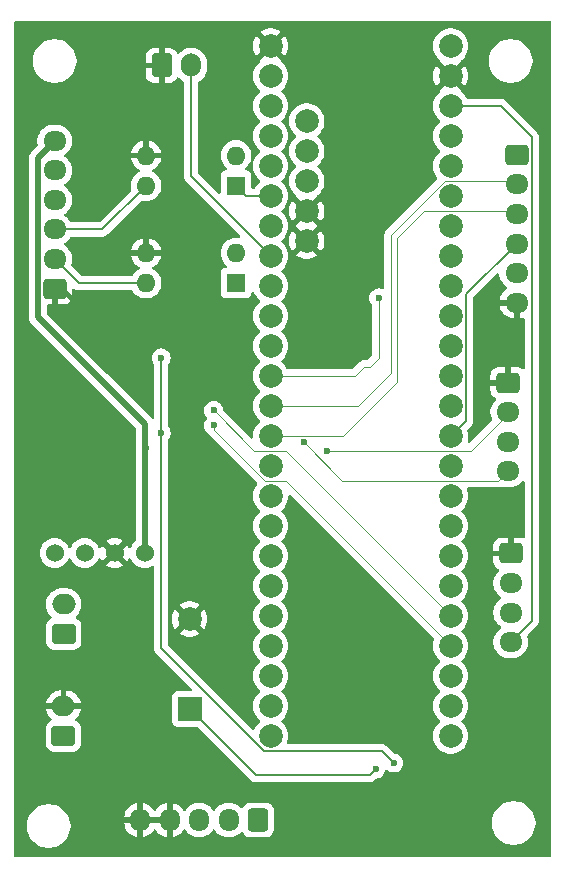
<source format=gbr>
%TF.GenerationSoftware,KiCad,Pcbnew,8.0.2-1*%
%TF.CreationDate,2024-12-19T12:27:28-05:00*%
%TF.ProjectId,Airbrake_ComputeBoard,41697262-7261-46b6-955f-436f6d707574,rev?*%
%TF.SameCoordinates,Original*%
%TF.FileFunction,Copper,L2,Bot*%
%TF.FilePolarity,Positive*%
%FSLAX46Y46*%
G04 Gerber Fmt 4.6, Leading zero omitted, Abs format (unit mm)*
G04 Created by KiCad (PCBNEW 8.0.2-1) date 2024-12-19 12:27:28*
%MOMM*%
%LPD*%
G01*
G04 APERTURE LIST*
G04 Aperture macros list*
%AMRoundRect*
0 Rectangle with rounded corners*
0 $1 Rounding radius*
0 $2 $3 $4 $5 $6 $7 $8 $9 X,Y pos of 4 corners*
0 Add a 4 corners polygon primitive as box body*
4,1,4,$2,$3,$4,$5,$6,$7,$8,$9,$2,$3,0*
0 Add four circle primitives for the rounded corners*
1,1,$1+$1,$2,$3*
1,1,$1+$1,$4,$5*
1,1,$1+$1,$6,$7*
1,1,$1+$1,$8,$9*
0 Add four rect primitives between the rounded corners*
20,1,$1+$1,$2,$3,$4,$5,0*
20,1,$1+$1,$4,$5,$6,$7,0*
20,1,$1+$1,$6,$7,$8,$9,0*
20,1,$1+$1,$8,$9,$2,$3,0*%
G04 Aperture macros list end*
%TA.AperFunction,ComponentPad*%
%ADD10R,1.600000X1.600000*%
%TD*%
%TA.AperFunction,ComponentPad*%
%ADD11O,1.600000X1.600000*%
%TD*%
%TA.AperFunction,ComponentPad*%
%ADD12RoundRect,0.250000X0.600000X0.725000X-0.600000X0.725000X-0.600000X-0.725000X0.600000X-0.725000X0*%
%TD*%
%TA.AperFunction,ComponentPad*%
%ADD13O,1.700000X1.950000*%
%TD*%
%TA.AperFunction,ComponentPad*%
%ADD14C,2.000000*%
%TD*%
%TA.AperFunction,ComponentPad*%
%ADD15R,2.000000X2.000000*%
%TD*%
%TA.AperFunction,ComponentPad*%
%ADD16C,1.524000*%
%TD*%
%TA.AperFunction,ComponentPad*%
%ADD17RoundRect,0.250000X-0.725000X0.600000X-0.725000X-0.600000X0.725000X-0.600000X0.725000X0.600000X0*%
%TD*%
%TA.AperFunction,ComponentPad*%
%ADD18O,1.950000X1.700000*%
%TD*%
%TA.AperFunction,ComponentPad*%
%ADD19RoundRect,0.250000X0.750000X-0.600000X0.750000X0.600000X-0.750000X0.600000X-0.750000X-0.600000X0*%
%TD*%
%TA.AperFunction,ComponentPad*%
%ADD20O,2.000000X1.700000*%
%TD*%
%TA.AperFunction,ComponentPad*%
%ADD21RoundRect,0.250000X0.725000X-0.600000X0.725000X0.600000X-0.725000X0.600000X-0.725000X-0.600000X0*%
%TD*%
%TA.AperFunction,ComponentPad*%
%ADD22RoundRect,0.250000X-0.600000X-0.750000X0.600000X-0.750000X0.600000X0.750000X-0.600000X0.750000X0*%
%TD*%
%TA.AperFunction,ComponentPad*%
%ADD23O,1.700000X2.000000*%
%TD*%
%TA.AperFunction,ViaPad*%
%ADD24C,0.600000*%
%TD*%
%TA.AperFunction,Conductor*%
%ADD25C,0.500000*%
%TD*%
%TA.AperFunction,Conductor*%
%ADD26C,0.200000*%
%TD*%
%TA.AperFunction,Conductor*%
%ADD27C,0.400000*%
%TD*%
%TA.AperFunction,Conductor*%
%ADD28C,0.100000*%
%TD*%
G04 APERTURE END LIST*
D10*
%TO.P,U3,1*%
%TO.N,/Stop*%
X154295000Y-78110000D03*
D11*
%TO.P,U3,2*%
%TO.N,Net-(R3-Pad1)*%
X154295000Y-75570000D03*
%TO.P,U3,3*%
%TO.N,GND*%
X146675000Y-75570000D03*
%TO.P,U3,4*%
%TO.N,/Stop_5V*%
X146675000Y-78110000D03*
%TD*%
D12*
%TO.P,BlueRaven1,1,Pin_1*%
%TO.N,/usb_5v*%
X156170000Y-131826000D03*
D13*
%TO.P,BlueRaven1,2,Pin_2*%
%TO.N,/D-*%
X153670000Y-131826000D03*
%TO.P,BlueRaven1,3,Pin_3*%
%TO.N,/D+*%
X151170000Y-131826000D03*
%TO.P,BlueRaven1,4,Pin_4*%
%TO.N,GND*%
X148670000Y-131826000D03*
%TO.P,BlueRaven1,5,Pin_5*%
X146170000Y-131826000D03*
%TD*%
D14*
%TO.P,Teensy4.1,0,GND*%
%TO.N,GND*%
X157226000Y-66294000D03*
%TO.P,Teensy4.1,1,RX1*%
%TO.N,unconnected-(Teensy4.1-RX1-Pad1)*%
X157226000Y-68834000D03*
%TO.P,Teensy4.1,2,TX1*%
%TO.N,unconnected-(Teensy4.1-TX1-Pad2)*%
X157226000Y-71374000D03*
%TO.P,Teensy4.1,3,PWM*%
%TO.N,/SV*%
X157226000Y-73914000D03*
%TO.P,Teensy4.1,4,PWM*%
%TO.N,/BK*%
X157226000Y-76454000D03*
%TO.P,Teensy4.1,5,PWM*%
%TO.N,/Stop*%
X157226000Y-78994000D03*
%TO.P,Teensy4.1,6,PWM*%
%TO.N,/Dir*%
X157226000Y-81534000D03*
%TO.P,Teensy4.1,7,PWM*%
%TO.N,/Limit_Switch*%
X157226000Y-84074000D03*
%TO.P,Teensy4.1,8,RX2*%
%TO.N,unconnected-(Teensy4.1-RX2-Pad8)*%
X157226000Y-86614000D03*
%TO.P,Teensy4.1,9,TX2*%
%TO.N,unconnected-(Teensy4.1-TX2-Pad9)*%
X157226000Y-89154000D03*
%TO.P,Teensy4.1,10,PWM*%
%TO.N,unconnected-(Teensy4.1-PWM-Pad10)*%
X157226000Y-91694000D03*
%TO.P,Teensy4.1,11,CS*%
%TO.N,/CS*%
X157226000Y-94234000D03*
%TO.P,Teensy4.1,12,MOSI*%
%TO.N,/MOSI*%
X157226000Y-96774000D03*
%TO.P,Teensy4.1,13,MISO*%
%TO.N,/MISO*%
X157226000Y-99314000D03*
%TO.P,Teensy4.1,14,3.3V*%
%TO.N,unconnected-(Teensy4.1-3.3V-Pad14)*%
X157226000Y-101854000D03*
%TO.P,Teensy4.1,15,SCL2*%
%TO.N,unconnected-(Teensy4.1-SCL2-Pad15)*%
X157226000Y-104394000D03*
%TO.P,Teensy4.1,16,SDA2*%
%TO.N,unconnected-(Teensy4.1-SDA2-Pad16)*%
X157226000Y-106934000D03*
%TO.P,Teensy4.1,17,MOSI1*%
%TO.N,unconnected-(Teensy4.1-MOSI1-Pad17)*%
X157226000Y-109474000D03*
%TO.P,Teensy4.1,18,SCK1*%
%TO.N,unconnected-(Teensy4.1-SCK1-Pad18)*%
X157226000Y-112014000D03*
%TO.P,Teensy4.1,19,RX7*%
%TO.N,unconnected-(Teensy4.1-RX7-Pad19)*%
X157226000Y-114554000D03*
%TO.P,Teensy4.1,20,TX7*%
%TO.N,unconnected-(Teensy4.1-TX7-Pad20)*%
X157226000Y-117094000D03*
%TO.P,Teensy4.1,21,GPIO*%
%TO.N,unconnected-(Teensy4.1-GPIO-Pad21)*%
X157226000Y-119634000D03*
%TO.P,Teensy4.1,22,GPIO*%
%TO.N,unconnected-(Teensy4.1-GPIO-Pad22)*%
X157226000Y-122174000D03*
%TO.P,Teensy4.1,23,GPIO*%
%TO.N,unconnected-(Teensy4.1-GPIO-Pad23)*%
X157226000Y-124714000D03*
%TO.P,Teensy4.1,24,PWM*%
%TO.N,unconnected-(Teensy4.1-PWM-Pad24)*%
X172466000Y-124714000D03*
%TO.P,Teensy4.1,25,RX8*%
%TO.N,unconnected-(Teensy4.1-RX8-Pad25)*%
X172466000Y-122174000D03*
%TO.P,Teensy4.1,26,TX8*%
%TO.N,unconnected-(Teensy4.1-TX8-Pad26)*%
X172466000Y-119634000D03*
%TO.P,Teensy4.1,27,PWM*%
%TO.N,/Encoder_A*%
X172466000Y-117094000D03*
%TO.P,Teensy4.1,28,PWM*%
%TO.N,/Encoder_B*%
X172466000Y-114554000D03*
%TO.P,Teensy4.1,29,CS1*%
%TO.N,unconnected-(Teensy4.1-CS1-Pad29)*%
X172466000Y-112014000D03*
%TO.P,Teensy4.1,30,MISO*%
%TO.N,unconnected-(Teensy4.1-MISO-Pad30)*%
X172466000Y-109474000D03*
%TO.P,Teensy4.1,31,A16*%
%TO.N,unconnected-(Teensy4.1-A16-Pad31)*%
X172466000Y-106934000D03*
%TO.P,Teensy4.1,32,A17*%
%TO.N,unconnected-(Teensy4.1-A17-Pad32)*%
X172466000Y-104394000D03*
%TO.P,Teensy4.1,33,GND*%
%TO.N,unconnected-(Teensy4.1-GND-Pad33)*%
X172466000Y-101854000D03*
%TO.P,Teensy4.1,34,SCK*%
%TO.N,/SCK*%
X172466000Y-99314000D03*
%TO.P,Teensy4.1,35,A0*%
%TO.N,unconnected-(Teensy4.1-A0-Pad35)*%
X172466000Y-96774000D03*
%TO.P,Teensy4.1,36,A1*%
%TO.N,unconnected-(Teensy4.1-A1-Pad36)*%
X172466000Y-94234000D03*
%TO.P,Teensy4.1,37,A2*%
%TO.N,unconnected-(Teensy4.1-A2-Pad37)*%
X172466000Y-91694000D03*
%TO.P,Teensy4.1,38,A3*%
%TO.N,unconnected-(Teensy4.1-A3-Pad38)*%
X172466000Y-89154000D03*
%TO.P,Teensy4.1,39,SDA*%
%TO.N,/SDA*%
X172466000Y-86614000D03*
%TO.P,Teensy4.1,40,SCL*%
%TO.N,/SCL*%
X172466000Y-84074000D03*
%TO.P,Teensy4.1,41,TX5*%
%TO.N,/BR-RX*%
X172466000Y-81534000D03*
%TO.P,Teensy4.1,42,RX5*%
%TO.N,/BR-TX*%
X172466000Y-78994000D03*
%TO.P,Teensy4.1,43,PWM*%
%TO.N,unconnected-(Teensy4.1-PWM-Pad43)*%
X172466000Y-76454000D03*
%TO.P,Teensy4.1,44,PWM*%
%TO.N,/buzzer*%
X172466000Y-73914000D03*
%TO.P,Teensy4.1,45,3.3V*%
%TO.N,+3.3V*%
X172466000Y-71374000D03*
%TO.P,Teensy4.1,46,GND*%
%TO.N,GND*%
X172466000Y-68834000D03*
%TO.P,Teensy4.1,47,Vin*%
%TO.N,+5V*%
X172466000Y-66294000D03*
%TO.P,Teensy4.1,48,usb_5v*%
%TO.N,/usb_5v*%
X160276000Y-72644000D03*
%TO.P,Teensy4.1,49,usb_D-*%
%TO.N,/D-*%
X160276000Y-75184000D03*
%TO.P,Teensy4.1,50,usb_D+*%
%TO.N,/D+*%
X160276000Y-77724000D03*
%TO.P,Teensy4.1,51,GND*%
%TO.N,GND*%
X160276000Y-80264000D03*
%TO.P,Teensy4.1,52,GND*%
X160276000Y-82804000D03*
%TD*%
D15*
%TO.P,BZ1,1,+*%
%TO.N,/buzzer*%
X150368000Y-122418000D03*
D14*
%TO.P,BZ1,2,-*%
%TO.N,GND*%
X150368000Y-114818000D03*
%TD*%
D16*
%TO.P,Buck_Converter1,0,EN*%
%TO.N,unconnected-(Buck_Converter1-EN-Pad0)*%
X138938000Y-109220000D03*
%TO.P,Buck_Converter1,1,VIN*%
%TO.N,Net-(Buck_Converter1-VIN)*%
X141478000Y-109220000D03*
%TO.P,Buck_Converter1,2,GND*%
%TO.N,GND*%
X144018000Y-109220000D03*
%TO.P,Buck_Converter1,3,VO*%
%TO.N,+5V*%
X146558000Y-109220000D03*
%TD*%
D17*
%TO.P,VN-100-1,1,Pin_1*%
%TO.N,+5V*%
X178054000Y-75518000D03*
D18*
%TO.P,VN-100-1,2,Pin_2*%
%TO.N,/MOSI*%
X178054000Y-78018000D03*
%TO.P,VN-100-1,3,Pin_3*%
%TO.N,/MISO*%
X178054000Y-80518000D03*
%TO.P,VN-100-1,4,Pin_4*%
%TO.N,/SCK*%
X178054000Y-83018000D03*
%TO.P,VN-100-1,5,Pin_5*%
%TO.N,/CS*%
X178054000Y-85518000D03*
%TO.P,VN-100-1,6,Pin_6*%
%TO.N,GND*%
X178054000Y-88018000D03*
%TD*%
D19*
%TO.P,PowerSwitch1,1,Pin_1*%
%TO.N,Net-(Buck_Converter1-VIN)*%
X139700000Y-116058000D03*
D20*
%TO.P,PowerSwitch1,2,Pin_2*%
%TO.N,Net-(Battery1-Pin_1)*%
X139700000Y-113558000D03*
%TD*%
D17*
%TO.P,SensorBoard1,1,Pin_1*%
%TO.N,GND*%
X177546000Y-109260000D03*
D18*
%TO.P,SensorBoard1,2,Pin_2*%
%TO.N,/SCL*%
X177546000Y-111760000D03*
%TO.P,SensorBoard1,3,Pin_3*%
%TO.N,/SDA*%
X177546000Y-114260000D03*
%TO.P,SensorBoard1,4,Pin_4*%
%TO.N,+3.3V*%
X177546000Y-116760000D03*
%TD*%
D21*
%TO.P,MotorDriver1,1,Pin_1*%
%TO.N,GND*%
X138938000Y-86828000D03*
D18*
%TO.P,MotorDriver1,2,Pin_2*%
%TO.N,/Dir_5V*%
X138938000Y-84328000D03*
%TO.P,MotorDriver1,3,Pin_3*%
%TO.N,/Stop_5V*%
X138938000Y-81828000D03*
%TO.P,MotorDriver1,4,Pin_4*%
%TO.N,/BK_5V*%
X138938000Y-79328000D03*
%TO.P,MotorDriver1,5,Pin_5*%
%TO.N,/SV_5V*%
X138938000Y-76828000D03*
%TO.P,MotorDriver1,6,Pin_6*%
%TO.N,+5V*%
X138938000Y-74328000D03*
%TD*%
D17*
%TO.P,MotorEncoder1,1,Pin_1*%
%TO.N,GND*%
X177309000Y-94802000D03*
D18*
%TO.P,MotorEncoder1,2,Pin_2*%
%TO.N,/Encoder_A_5V*%
X177309000Y-97302000D03*
%TO.P,MotorEncoder1,3,Pin_3*%
%TO.N,+5V*%
X177309000Y-99802000D03*
%TO.P,MotorEncoder1,4,Pin_4*%
%TO.N,/Encoder_B_5V*%
X177309000Y-102302000D03*
%TD*%
D10*
%TO.P,U1,1*%
%TO.N,/Dir*%
X154295000Y-86365000D03*
D11*
%TO.P,U1,2*%
%TO.N,Net-(R5-Pad1)*%
X154295000Y-83825000D03*
%TO.P,U1,3*%
%TO.N,GND*%
X146675000Y-83825000D03*
%TO.P,U1,4*%
%TO.N,/Dir_5V*%
X146675000Y-86365000D03*
%TD*%
D19*
%TO.P,Battery1,1,Pin_1*%
%TO.N,Net-(Battery1-Pin_1)*%
X139683000Y-124694000D03*
D20*
%TO.P,Battery1,2,Pin_2*%
%TO.N,GND*%
X139683000Y-122194000D03*
%TD*%
D22*
%TO.P,LimitSwitch1,1,Pin_1*%
%TO.N,GND*%
X147995000Y-67945000D03*
D23*
%TO.P,LimitSwitch1,2,Pin_2*%
%TO.N,/Limit_Switch*%
X150495000Y-67945000D03*
%TD*%
D24*
%TO.N,+5V*%
X146685000Y-100330000D03*
%TO.N,+3.3V*%
X147955000Y-92710000D03*
X147955000Y-99060000D03*
X167640000Y-127000000D03*
%TO.N,/CS*%
X166370000Y-87630000D03*
%TO.N,/buzzer*%
X166116000Y-127508000D03*
%TO.N,/Encoder_A*%
X152400000Y-98425000D03*
%TO.N,/Encoder_B*%
X152400000Y-97155000D03*
%TO.N,/Encoder_A_5V*%
X161990000Y-100584000D03*
%TO.N,/Encoder_B_5V*%
X160020000Y-99864000D03*
%TD*%
D25*
%TO.N,+5V*%
X146558000Y-98298000D02*
X146558000Y-109220000D01*
X137513000Y-75753000D02*
X137513000Y-89253000D01*
X142875000Y-94615000D02*
X146558000Y-98298000D01*
X138938000Y-74328000D02*
X137513000Y-75753000D01*
X137513000Y-89253000D02*
X142875000Y-94615000D01*
D26*
%TO.N,+3.3V*%
X147955000Y-117281478D02*
X147955000Y-92710000D01*
X179329000Y-114977000D02*
X177546000Y-116760000D01*
X179329000Y-73994000D02*
X179329000Y-114977000D01*
X167640000Y-127000000D02*
X166654000Y-126014000D01*
X176709000Y-71374000D02*
X179329000Y-73994000D01*
X172466000Y-71374000D02*
X176709000Y-71374000D01*
X156687522Y-126014000D02*
X147955000Y-117281478D01*
X166654000Y-126014000D02*
X156687522Y-126014000D01*
D27*
%TO.N,GND*%
X139533000Y-86828000D02*
X140970000Y-88265000D01*
D26*
X138938000Y-86828000D02*
X139533000Y-86828000D01*
%TO.N,/SCK*%
X173766000Y-98014000D02*
X172466000Y-99314000D01*
X173766000Y-87306000D02*
X173766000Y-98014000D01*
X178054000Y-83018000D02*
X173766000Y-87306000D01*
D28*
%TO.N,/MOSI*%
X167386000Y-82306233D02*
X171948233Y-77744000D01*
X177780000Y-77744000D02*
X178054000Y-78018000D01*
X157226000Y-96774000D02*
X164592000Y-96774000D01*
X164592000Y-96774000D02*
X167386000Y-93980000D01*
X167386000Y-93980000D02*
X167386000Y-82306233D01*
X171948233Y-77744000D02*
X177780000Y-77744000D01*
D26*
%TO.N,/Limit_Switch*%
X150495000Y-77343000D02*
X157226000Y-84074000D01*
X150495000Y-67310000D02*
X150495000Y-77343000D01*
%TO.N,/Stop_5V*%
X138938000Y-81828000D02*
X142957000Y-81828000D01*
X142957000Y-81828000D02*
X146675000Y-78110000D01*
D28*
%TO.N,/CS*%
X166370000Y-92710000D02*
X165608000Y-93472000D01*
X166370000Y-87630000D02*
X166370000Y-92710000D01*
X165100000Y-93472000D02*
X164338000Y-94234000D01*
X165608000Y-93472000D02*
X165100000Y-93472000D01*
X164338000Y-94234000D02*
X157226000Y-94234000D01*
%TO.N,/MISO*%
X163322000Y-99314000D02*
X167894000Y-94742000D01*
X170200000Y-80244000D02*
X177780000Y-80244000D01*
X177780000Y-80244000D02*
X178054000Y-80518000D01*
X157226000Y-99314000D02*
X163322000Y-99314000D01*
X167894000Y-82550000D02*
X170200000Y-80244000D01*
X167894000Y-94742000D02*
X167894000Y-82550000D01*
D26*
%TO.N,/buzzer*%
X165608000Y-128016000D02*
X166116000Y-127508000D01*
X155966000Y-128016000D02*
X165608000Y-128016000D01*
X150368000Y-122418000D02*
X155966000Y-128016000D01*
%TO.N,/Dir_5V*%
X146675000Y-86365000D02*
X140975000Y-86365000D01*
X140975000Y-86365000D02*
X138938000Y-84328000D01*
D28*
%TO.N,/Encoder_A*%
X158516000Y-103144000D02*
X156748233Y-103144000D01*
X152400000Y-98795767D02*
X152400000Y-98425000D01*
X167132000Y-111760000D02*
X158516000Y-103144000D01*
X172466000Y-117094000D02*
X167132000Y-111760000D01*
X156748233Y-103144000D02*
X152400000Y-98795767D01*
%TO.N,/Encoder_B*%
X155829000Y-100584000D02*
X152400000Y-97155000D01*
X157794478Y-100584000D02*
X155829000Y-100584000D01*
X172466000Y-114554000D02*
X158496000Y-100584000D01*
X158496000Y-100584000D02*
X157794478Y-100584000D01*
D26*
%TO.N,/Stop*%
X157226000Y-78994000D02*
X155179000Y-78994000D01*
X155179000Y-78994000D02*
X154295000Y-78110000D01*
D28*
%TO.N,/Encoder_A_5V*%
X161990000Y-100584000D02*
X174152000Y-100584000D01*
X177309000Y-97427000D02*
X177309000Y-97302000D01*
X174152000Y-100584000D02*
X177309000Y-97427000D01*
%TO.N,/Encoder_B_5V*%
X176507000Y-103104000D02*
X177309000Y-102302000D01*
X160020000Y-99864000D02*
X163260000Y-103104000D01*
X163260000Y-103104000D02*
X176507000Y-103104000D01*
%TD*%
%TA.AperFunction,Conductor*%
%TO.N,GND*%
G36*
X148227370Y-131642657D02*
G01*
X148195000Y-131763465D01*
X148195000Y-131888535D01*
X148227370Y-132009343D01*
X148265854Y-132076000D01*
X146574146Y-132076000D01*
X146612630Y-132009343D01*
X146645000Y-131888535D01*
X146645000Y-131763465D01*
X146612630Y-131642657D01*
X146574146Y-131576000D01*
X148265854Y-131576000D01*
X148227370Y-131642657D01*
G37*
%TD.AperFunction*%
%TA.AperFunction,Conductor*%
G36*
X176498935Y-85524813D02*
G01*
X176554868Y-85566685D01*
X176578074Y-85621597D01*
X176600707Y-85764500D01*
X176611754Y-85834243D01*
X176639134Y-85918511D01*
X176677444Y-86036414D01*
X176773951Y-86225820D01*
X176898890Y-86397786D01*
X177049209Y-86548105D01*
X177049214Y-86548109D01*
X177214218Y-86667991D01*
X177256884Y-86723320D01*
X177262863Y-86792934D01*
X177230258Y-86854729D01*
X177214218Y-86868627D01*
X177049540Y-86988272D01*
X177049535Y-86988276D01*
X176899276Y-87138535D01*
X176899272Y-87138540D01*
X176774379Y-87310442D01*
X176677904Y-87499782D01*
X176612242Y-87701870D01*
X176612242Y-87701873D01*
X176601769Y-87768000D01*
X177649854Y-87768000D01*
X177611370Y-87834657D01*
X177579000Y-87955465D01*
X177579000Y-88080535D01*
X177611370Y-88201343D01*
X177649854Y-88268000D01*
X176601769Y-88268000D01*
X176612242Y-88334126D01*
X176612242Y-88334129D01*
X176677904Y-88536217D01*
X176774379Y-88725557D01*
X176899272Y-88897459D01*
X176899276Y-88897464D01*
X177049535Y-89047723D01*
X177049540Y-89047727D01*
X177221442Y-89172620D01*
X177410782Y-89269095D01*
X177612872Y-89334757D01*
X177804000Y-89365029D01*
X177804000Y-88422145D01*
X177870657Y-88460630D01*
X177991465Y-88493000D01*
X178116535Y-88493000D01*
X178237343Y-88460630D01*
X178304000Y-88422145D01*
X178304000Y-89365028D01*
X178495124Y-89334758D01*
X178566181Y-89311670D01*
X178636022Y-89309674D01*
X178695855Y-89345754D01*
X178726684Y-89408455D01*
X178728500Y-89429601D01*
X178728500Y-93536477D01*
X178708815Y-93603516D01*
X178656011Y-93649271D01*
X178586853Y-93659215D01*
X178523297Y-93630190D01*
X178516819Y-93624158D01*
X178502345Y-93609684D01*
X178353124Y-93517643D01*
X178353119Y-93517641D01*
X178186697Y-93462494D01*
X178186690Y-93462493D01*
X178083986Y-93452000D01*
X177559000Y-93452000D01*
X177559000Y-94397854D01*
X177492343Y-94359370D01*
X177371535Y-94327000D01*
X177246465Y-94327000D01*
X177125657Y-94359370D01*
X177059000Y-94397854D01*
X177059000Y-93452000D01*
X176534028Y-93452000D01*
X176534012Y-93452001D01*
X176431302Y-93462494D01*
X176264880Y-93517641D01*
X176264875Y-93517643D01*
X176115654Y-93609684D01*
X175991684Y-93733654D01*
X175899643Y-93882875D01*
X175899641Y-93882880D01*
X175844494Y-94049302D01*
X175844493Y-94049309D01*
X175834000Y-94152013D01*
X175834000Y-94552000D01*
X176904854Y-94552000D01*
X176866370Y-94618657D01*
X176834000Y-94739465D01*
X176834000Y-94864535D01*
X176866370Y-94985343D01*
X176904854Y-95052000D01*
X175834001Y-95052000D01*
X175834001Y-95451986D01*
X175844494Y-95554697D01*
X175899641Y-95721119D01*
X175899643Y-95721124D01*
X175991684Y-95870345D01*
X176115654Y-95994315D01*
X176270484Y-96089815D01*
X176317208Y-96141763D01*
X176328431Y-96210726D01*
X176300587Y-96274808D01*
X176293069Y-96283035D01*
X176153889Y-96422215D01*
X176028951Y-96594179D01*
X175932444Y-96783585D01*
X175866753Y-96985760D01*
X175833500Y-97195713D01*
X175833500Y-97408286D01*
X175853756Y-97536181D01*
X175866754Y-97618243D01*
X175932174Y-97819585D01*
X175932445Y-97820417D01*
X175960609Y-97875693D01*
X175973505Y-97944362D01*
X175947228Y-98009102D01*
X175937805Y-98019668D01*
X174118797Y-99838677D01*
X174057474Y-99872162D01*
X173987782Y-99867178D01*
X173931849Y-99825306D01*
X173907432Y-99759842D01*
X173910911Y-99720555D01*
X173951105Y-99561833D01*
X173951107Y-99561824D01*
X173951108Y-99561821D01*
X173971643Y-99314000D01*
X173965449Y-99239255D01*
X173951109Y-99066187D01*
X173951107Y-99066175D01*
X173889992Y-98824838D01*
X173892617Y-98755018D01*
X173922513Y-98706721D01*
X174246520Y-98382716D01*
X174325577Y-98245784D01*
X174366501Y-98093057D01*
X174366501Y-97934942D01*
X174366501Y-97927347D01*
X174366500Y-97927329D01*
X174366500Y-87606097D01*
X174386185Y-87539058D01*
X174402819Y-87518416D01*
X175384892Y-86536343D01*
X176367922Y-85553312D01*
X176429243Y-85519829D01*
X176498935Y-85524813D01*
G37*
%TD.AperFunction*%
%TA.AperFunction,Conductor*%
G36*
X180942539Y-64218185D02*
G01*
X180988294Y-64270989D01*
X180999500Y-64322500D01*
X180999500Y-134875500D01*
X180979815Y-134942539D01*
X180927011Y-134988294D01*
X180875500Y-134999500D01*
X135624500Y-134999500D01*
X135557461Y-134979815D01*
X135511706Y-134927011D01*
X135500500Y-134875500D01*
X135500500Y-132212711D01*
X136579500Y-132212711D01*
X136579500Y-132455288D01*
X136611161Y-132695785D01*
X136673947Y-132930104D01*
X136748584Y-133110293D01*
X136766776Y-133154212D01*
X136888064Y-133364289D01*
X136888066Y-133364292D01*
X136888067Y-133364293D01*
X137035733Y-133556736D01*
X137035739Y-133556743D01*
X137207256Y-133728260D01*
X137207263Y-133728266D01*
X137320321Y-133815018D01*
X137399711Y-133875936D01*
X137609788Y-133997224D01*
X137833900Y-134090054D01*
X138068211Y-134152838D01*
X138248586Y-134176584D01*
X138308711Y-134184500D01*
X138308712Y-134184500D01*
X138551289Y-134184500D01*
X138599388Y-134178167D01*
X138791789Y-134152838D01*
X139026100Y-134090054D01*
X139250212Y-133997224D01*
X139460289Y-133875936D01*
X139652738Y-133728265D01*
X139824265Y-133556738D01*
X139971936Y-133364289D01*
X140093224Y-133154212D01*
X140186054Y-132930100D01*
X140248838Y-132695789D01*
X140280500Y-132455288D01*
X140280500Y-132212712D01*
X140248838Y-131972211D01*
X140186054Y-131737900D01*
X140118993Y-131576000D01*
X144822970Y-131576000D01*
X145765854Y-131576000D01*
X145727370Y-131642657D01*
X145695000Y-131763465D01*
X145695000Y-131888535D01*
X145727370Y-132009343D01*
X145765854Y-132076000D01*
X144822970Y-132076000D01*
X144853242Y-132267127D01*
X144853242Y-132267130D01*
X144918904Y-132469217D01*
X145015379Y-132658557D01*
X145140272Y-132830459D01*
X145140276Y-132830464D01*
X145290535Y-132980723D01*
X145290540Y-132980727D01*
X145462442Y-133105620D01*
X145651782Y-133202095D01*
X145853871Y-133267757D01*
X145920000Y-133278231D01*
X145920000Y-132230145D01*
X145986657Y-132268630D01*
X146107465Y-132301000D01*
X146232535Y-132301000D01*
X146353343Y-132268630D01*
X146420000Y-132230145D01*
X146420000Y-133278230D01*
X146486126Y-133267757D01*
X146486129Y-133267757D01*
X146688217Y-133202095D01*
X146877557Y-133105620D01*
X147049459Y-132980727D01*
X147049464Y-132980723D01*
X147199727Y-132830460D01*
X147319682Y-132665355D01*
X147375011Y-132622689D01*
X147444625Y-132616710D01*
X147506420Y-132649315D01*
X147520318Y-132665355D01*
X147640272Y-132830460D01*
X147790535Y-132980723D01*
X147790540Y-132980727D01*
X147962442Y-133105620D01*
X148151782Y-133202095D01*
X148353871Y-133267757D01*
X148420000Y-133278231D01*
X148420000Y-132230145D01*
X148486657Y-132268630D01*
X148607465Y-132301000D01*
X148732535Y-132301000D01*
X148853343Y-132268630D01*
X148920000Y-132230145D01*
X148920000Y-133278230D01*
X148986126Y-133267757D01*
X148986129Y-133267757D01*
X149188217Y-133202095D01*
X149377557Y-133105620D01*
X149549459Y-132980727D01*
X149549464Y-132980723D01*
X149699721Y-132830466D01*
X149819371Y-132665781D01*
X149874701Y-132623115D01*
X149944314Y-132617136D01*
X150006110Y-132649741D01*
X150020008Y-132665781D01*
X150139890Y-132830785D01*
X150139894Y-132830790D01*
X150290213Y-132981109D01*
X150462179Y-133106048D01*
X150462181Y-133106049D01*
X150462184Y-133106051D01*
X150651588Y-133202557D01*
X150853757Y-133268246D01*
X151063713Y-133301500D01*
X151063714Y-133301500D01*
X151276286Y-133301500D01*
X151276287Y-133301500D01*
X151486243Y-133268246D01*
X151688412Y-133202557D01*
X151877816Y-133106051D01*
X151899789Y-133090086D01*
X152049786Y-132981109D01*
X152049788Y-132981106D01*
X152049792Y-132981104D01*
X152200104Y-132830792D01*
X152319683Y-132666204D01*
X152375011Y-132623540D01*
X152444624Y-132617561D01*
X152506420Y-132650166D01*
X152520313Y-132666199D01*
X152623925Y-132808809D01*
X152639896Y-132830792D01*
X152790213Y-132981109D01*
X152962179Y-133106048D01*
X152962181Y-133106049D01*
X152962184Y-133106051D01*
X153151588Y-133202557D01*
X153353757Y-133268246D01*
X153563713Y-133301500D01*
X153563714Y-133301500D01*
X153776286Y-133301500D01*
X153776287Y-133301500D01*
X153986243Y-133268246D01*
X154188412Y-133202557D01*
X154377816Y-133106051D01*
X154549792Y-132981104D01*
X154688604Y-132842291D01*
X154749923Y-132808809D01*
X154819615Y-132813793D01*
X154875549Y-132855664D01*
X154881821Y-132864878D01*
X154885185Y-132870333D01*
X154885186Y-132870334D01*
X154977288Y-133019656D01*
X155101344Y-133143712D01*
X155250666Y-133235814D01*
X155417203Y-133290999D01*
X155519991Y-133301500D01*
X156820008Y-133301499D01*
X156922797Y-133290999D01*
X157089334Y-133235814D01*
X157238656Y-133143712D01*
X157362712Y-133019656D01*
X157454814Y-132870334D01*
X157509999Y-132703797D01*
X157520500Y-132601009D01*
X157520500Y-131958711D01*
X175949500Y-131958711D01*
X175949500Y-132201288D01*
X175981161Y-132441785D01*
X176043947Y-132676104D01*
X176122140Y-132864878D01*
X176136776Y-132900212D01*
X176258064Y-133110289D01*
X176258066Y-133110292D01*
X176258067Y-133110293D01*
X176405733Y-133302736D01*
X176405739Y-133302743D01*
X176577256Y-133474260D01*
X176577262Y-133474265D01*
X176769711Y-133621936D01*
X176979788Y-133743224D01*
X177203900Y-133836054D01*
X177438211Y-133898838D01*
X177618586Y-133922584D01*
X177678711Y-133930500D01*
X177678712Y-133930500D01*
X177921289Y-133930500D01*
X177969388Y-133924167D01*
X178161789Y-133898838D01*
X178396100Y-133836054D01*
X178620212Y-133743224D01*
X178830289Y-133621936D01*
X179022738Y-133474265D01*
X179194265Y-133302738D01*
X179341936Y-133110289D01*
X179463224Y-132900212D01*
X179556054Y-132676100D01*
X179618838Y-132441789D01*
X179650500Y-132201288D01*
X179650500Y-131958712D01*
X179618838Y-131718211D01*
X179556054Y-131483900D01*
X179463224Y-131259788D01*
X179341936Y-131049711D01*
X179194265Y-130857262D01*
X179194260Y-130857256D01*
X179022743Y-130685739D01*
X179022736Y-130685733D01*
X178830293Y-130538067D01*
X178830292Y-130538066D01*
X178830289Y-130538064D01*
X178620212Y-130416776D01*
X178618785Y-130416185D01*
X178396104Y-130323947D01*
X178161785Y-130261161D01*
X177921289Y-130229500D01*
X177921288Y-130229500D01*
X177678712Y-130229500D01*
X177678711Y-130229500D01*
X177438214Y-130261161D01*
X177203895Y-130323947D01*
X176979794Y-130416773D01*
X176979785Y-130416777D01*
X176769706Y-130538067D01*
X176577263Y-130685733D01*
X176577256Y-130685739D01*
X176405739Y-130857256D01*
X176405733Y-130857263D01*
X176258067Y-131049706D01*
X176258064Y-131049710D01*
X176258064Y-131049711D01*
X176257321Y-131050998D01*
X176136777Y-131259785D01*
X176136773Y-131259794D01*
X176043947Y-131483895D01*
X175981161Y-131718214D01*
X175949500Y-131958711D01*
X157520500Y-131958711D01*
X157520499Y-131050992D01*
X157518851Y-131034863D01*
X157509999Y-130948203D01*
X157509998Y-130948200D01*
X157472104Y-130833845D01*
X157454814Y-130781666D01*
X157362712Y-130632344D01*
X157238656Y-130508288D01*
X157143253Y-130449443D01*
X157089336Y-130416187D01*
X157089331Y-130416185D01*
X157087862Y-130415698D01*
X156922797Y-130361001D01*
X156922795Y-130361000D01*
X156820010Y-130350500D01*
X155519998Y-130350500D01*
X155519981Y-130350501D01*
X155417203Y-130361000D01*
X155417200Y-130361001D01*
X155250668Y-130416185D01*
X155250663Y-130416187D01*
X155101342Y-130508289D01*
X154977289Y-130632342D01*
X154881821Y-130787121D01*
X154829873Y-130833845D01*
X154760910Y-130845068D01*
X154696828Y-130817224D01*
X154688601Y-130809705D01*
X154549786Y-130670890D01*
X154377820Y-130545951D01*
X154188414Y-130449444D01*
X154188413Y-130449443D01*
X154188412Y-130449443D01*
X153986243Y-130383754D01*
X153986241Y-130383753D01*
X153986240Y-130383753D01*
X153824957Y-130358208D01*
X153776287Y-130350500D01*
X153563713Y-130350500D01*
X153515042Y-130358208D01*
X153353760Y-130383753D01*
X153151585Y-130449444D01*
X152962179Y-130545951D01*
X152790213Y-130670890D01*
X152639894Y-130821209D01*
X152639890Y-130821214D01*
X152520318Y-130985793D01*
X152464989Y-131028459D01*
X152395375Y-131034438D01*
X152333580Y-131001833D01*
X152319682Y-130985793D01*
X152200109Y-130821214D01*
X152200105Y-130821209D01*
X152049786Y-130670890D01*
X151877820Y-130545951D01*
X151688414Y-130449444D01*
X151688413Y-130449443D01*
X151688412Y-130449443D01*
X151486243Y-130383754D01*
X151486241Y-130383753D01*
X151486240Y-130383753D01*
X151324957Y-130358208D01*
X151276287Y-130350500D01*
X151063713Y-130350500D01*
X151015042Y-130358208D01*
X150853760Y-130383753D01*
X150651585Y-130449444D01*
X150462179Y-130545951D01*
X150290213Y-130670890D01*
X150139894Y-130821209D01*
X150139890Y-130821214D01*
X150020008Y-130986218D01*
X149964678Y-131028884D01*
X149895065Y-131034863D01*
X149833270Y-131002257D01*
X149819372Y-130986218D01*
X149699727Y-130821540D01*
X149699723Y-130821535D01*
X149549464Y-130671276D01*
X149549459Y-130671272D01*
X149377557Y-130546379D01*
X149188215Y-130449903D01*
X148986124Y-130384241D01*
X148920000Y-130373768D01*
X148920000Y-131421854D01*
X148853343Y-131383370D01*
X148732535Y-131351000D01*
X148607465Y-131351000D01*
X148486657Y-131383370D01*
X148420000Y-131421854D01*
X148420000Y-130373768D01*
X148419999Y-130373768D01*
X148353875Y-130384241D01*
X148151784Y-130449903D01*
X147962442Y-130546379D01*
X147790540Y-130671272D01*
X147790535Y-130671276D01*
X147640276Y-130821535D01*
X147640272Y-130821540D01*
X147520318Y-130986644D01*
X147464988Y-131029310D01*
X147395375Y-131035289D01*
X147333580Y-131002684D01*
X147319682Y-130986644D01*
X147199727Y-130821540D01*
X147199723Y-130821535D01*
X147049464Y-130671276D01*
X147049459Y-130671272D01*
X146877557Y-130546379D01*
X146688215Y-130449903D01*
X146486124Y-130384241D01*
X146420000Y-130373768D01*
X146420000Y-131421854D01*
X146353343Y-131383370D01*
X146232535Y-131351000D01*
X146107465Y-131351000D01*
X145986657Y-131383370D01*
X145920000Y-131421854D01*
X145920000Y-130373768D01*
X145919999Y-130373768D01*
X145853875Y-130384241D01*
X145651784Y-130449903D01*
X145462442Y-130546379D01*
X145290540Y-130671272D01*
X145290535Y-130671276D01*
X145140276Y-130821535D01*
X145140272Y-130821540D01*
X145015379Y-130993442D01*
X144918904Y-131182782D01*
X144853242Y-131384869D01*
X144853242Y-131384872D01*
X144822970Y-131576000D01*
X140118993Y-131576000D01*
X140093224Y-131513788D01*
X139971936Y-131303711D01*
X139824265Y-131111262D01*
X139824260Y-131111256D01*
X139652743Y-130939739D01*
X139652736Y-130939733D01*
X139460293Y-130792067D01*
X139460292Y-130792066D01*
X139460289Y-130792064D01*
X139250420Y-130670896D01*
X139250214Y-130670777D01*
X139250205Y-130670773D01*
X139026104Y-130577947D01*
X138791785Y-130515161D01*
X138551289Y-130483500D01*
X138551288Y-130483500D01*
X138308712Y-130483500D01*
X138308711Y-130483500D01*
X138068214Y-130515161D01*
X137833895Y-130577947D01*
X137609794Y-130670773D01*
X137609785Y-130670777D01*
X137399706Y-130792067D01*
X137207263Y-130939733D01*
X137207256Y-130939739D01*
X137035739Y-131111256D01*
X137035733Y-131111263D01*
X136888067Y-131303706D01*
X136766777Y-131513785D01*
X136766773Y-131513794D01*
X136673947Y-131737895D01*
X136611161Y-131972214D01*
X136579500Y-132212711D01*
X135500500Y-132212711D01*
X135500500Y-124043983D01*
X138182500Y-124043983D01*
X138182500Y-125344001D01*
X138182501Y-125344018D01*
X138193000Y-125446796D01*
X138193001Y-125446799D01*
X138221725Y-125533480D01*
X138248186Y-125613334D01*
X138340288Y-125762656D01*
X138464344Y-125886712D01*
X138613666Y-125978814D01*
X138780203Y-126033999D01*
X138882991Y-126044500D01*
X140483008Y-126044499D01*
X140585797Y-126033999D01*
X140752334Y-125978814D01*
X140901656Y-125886712D01*
X141025712Y-125762656D01*
X141117814Y-125613334D01*
X141172999Y-125446797D01*
X141183500Y-125344009D01*
X141183499Y-124043992D01*
X141172999Y-123941203D01*
X141117814Y-123774666D01*
X141025712Y-123625344D01*
X140901656Y-123501288D01*
X140752334Y-123409186D01*
X140752332Y-123409185D01*
X140746440Y-123405551D01*
X140699716Y-123353603D01*
X140688493Y-123284641D01*
X140716337Y-123220558D01*
X140723856Y-123212330D01*
X140862728Y-123073458D01*
X140987620Y-122901557D01*
X141084095Y-122712217D01*
X141149757Y-122510129D01*
X141149757Y-122510126D01*
X141160231Y-122444000D01*
X140116012Y-122444000D01*
X140148925Y-122386993D01*
X140183000Y-122259826D01*
X140183000Y-122128174D01*
X140148925Y-122001007D01*
X140116012Y-121944000D01*
X141160231Y-121944000D01*
X141149757Y-121877873D01*
X141149757Y-121877870D01*
X141084095Y-121675782D01*
X140987620Y-121486442D01*
X140862727Y-121314540D01*
X140862723Y-121314535D01*
X140712464Y-121164276D01*
X140712459Y-121164272D01*
X140540557Y-121039379D01*
X140351217Y-120942904D01*
X140149129Y-120877242D01*
X139939246Y-120844000D01*
X139933000Y-120844000D01*
X139933000Y-121760988D01*
X139875993Y-121728075D01*
X139748826Y-121694000D01*
X139617174Y-121694000D01*
X139490007Y-121728075D01*
X139433000Y-121760988D01*
X139433000Y-120844000D01*
X139426754Y-120844000D01*
X139216872Y-120877242D01*
X139216869Y-120877242D01*
X139014782Y-120942904D01*
X138825442Y-121039379D01*
X138653540Y-121164272D01*
X138653535Y-121164276D01*
X138503276Y-121314535D01*
X138503272Y-121314540D01*
X138378379Y-121486442D01*
X138281904Y-121675782D01*
X138216242Y-121877870D01*
X138216242Y-121877873D01*
X138205769Y-121944000D01*
X139249988Y-121944000D01*
X139217075Y-122001007D01*
X139183000Y-122128174D01*
X139183000Y-122259826D01*
X139217075Y-122386993D01*
X139249988Y-122444000D01*
X138205769Y-122444000D01*
X138216242Y-122510126D01*
X138216242Y-122510129D01*
X138281904Y-122712217D01*
X138378379Y-122901557D01*
X138503272Y-123073459D01*
X138503276Y-123073464D01*
X138642143Y-123212331D01*
X138675628Y-123273654D01*
X138670644Y-123343346D01*
X138628772Y-123399279D01*
X138619559Y-123405551D01*
X138464342Y-123501289D01*
X138340289Y-123625342D01*
X138248187Y-123774663D01*
X138248186Y-123774666D01*
X138193001Y-123941203D01*
X138193001Y-123941204D01*
X138193000Y-123941204D01*
X138182500Y-124043983D01*
X135500500Y-124043983D01*
X135500500Y-113451713D01*
X138199500Y-113451713D01*
X138199500Y-113664287D01*
X138232754Y-113874243D01*
X138294773Y-114065118D01*
X138298444Y-114076414D01*
X138394951Y-114265820D01*
X138519890Y-114437786D01*
X138658705Y-114576601D01*
X138692190Y-114637924D01*
X138687206Y-114707616D01*
X138645334Y-114763549D01*
X138636121Y-114769821D01*
X138481342Y-114865289D01*
X138357289Y-114989342D01*
X138265187Y-115138663D01*
X138265186Y-115138666D01*
X138210001Y-115305203D01*
X138210001Y-115305204D01*
X138210000Y-115305204D01*
X138199500Y-115407983D01*
X138199500Y-116708001D01*
X138199501Y-116708018D01*
X138210000Y-116810796D01*
X138210001Y-116810799D01*
X138265185Y-116977331D01*
X138265186Y-116977334D01*
X138357288Y-117126656D01*
X138481344Y-117250712D01*
X138630666Y-117342814D01*
X138797203Y-117397999D01*
X138899991Y-117408500D01*
X140500008Y-117408499D01*
X140602797Y-117397999D01*
X140769334Y-117342814D01*
X140918656Y-117250712D01*
X141042712Y-117126656D01*
X141134814Y-116977334D01*
X141189999Y-116810797D01*
X141200500Y-116708009D01*
X141200499Y-115407992D01*
X141189999Y-115305203D01*
X141134814Y-115138666D01*
X141042712Y-114989344D01*
X140918656Y-114865288D01*
X140769334Y-114773186D01*
X140769333Y-114773185D01*
X140763878Y-114769821D01*
X140717154Y-114717873D01*
X140705931Y-114648910D01*
X140733775Y-114584828D01*
X140741272Y-114576623D01*
X140880104Y-114437792D01*
X141005051Y-114265816D01*
X141101557Y-114076412D01*
X141167246Y-113874243D01*
X141200500Y-113664287D01*
X141200500Y-113451713D01*
X141167246Y-113241757D01*
X141101557Y-113039588D01*
X141005051Y-112850184D01*
X141005049Y-112850181D01*
X141005048Y-112850179D01*
X140880109Y-112678213D01*
X140729786Y-112527890D01*
X140557820Y-112402951D01*
X140368414Y-112306444D01*
X140368413Y-112306443D01*
X140368412Y-112306443D01*
X140166243Y-112240754D01*
X140166241Y-112240753D01*
X140166240Y-112240753D01*
X140004957Y-112215208D01*
X139956287Y-112207500D01*
X139443713Y-112207500D01*
X139395042Y-112215208D01*
X139233760Y-112240753D01*
X139031585Y-112306444D01*
X138842179Y-112402951D01*
X138670213Y-112527890D01*
X138519890Y-112678213D01*
X138394951Y-112850179D01*
X138298444Y-113039585D01*
X138232753Y-113241760D01*
X138204853Y-113417915D01*
X138199500Y-113451713D01*
X135500500Y-113451713D01*
X135500500Y-89326920D01*
X136762499Y-89326920D01*
X136791340Y-89471907D01*
X136791343Y-89471917D01*
X136847912Y-89608488D01*
X136847916Y-89608495D01*
X136870890Y-89642878D01*
X136870891Y-89642881D01*
X136930046Y-89731414D01*
X136930052Y-89731421D01*
X142287707Y-95089074D01*
X142287728Y-95089097D01*
X145771181Y-98572548D01*
X145804666Y-98633871D01*
X145807500Y-98660229D01*
X145807500Y-108139726D01*
X145787815Y-108206765D01*
X145754625Y-108241299D01*
X145743389Y-108249166D01*
X145743382Y-108249172D01*
X145587172Y-108405381D01*
X145460467Y-108586337D01*
X145400105Y-108715782D01*
X145353932Y-108768221D01*
X145286738Y-108787372D01*
X145219857Y-108767156D01*
X145175341Y-108715780D01*
X145115098Y-108586589D01*
X145115097Y-108586587D01*
X145069741Y-108521811D01*
X145069740Y-108521810D01*
X144399000Y-109192551D01*
X144399000Y-109169840D01*
X144373036Y-109072939D01*
X144322876Y-108986060D01*
X144251940Y-108915124D01*
X144165061Y-108864964D01*
X144068160Y-108839000D01*
X144045448Y-108839000D01*
X144716188Y-108168259D01*
X144716187Y-108168258D01*
X144651411Y-108122901D01*
X144651405Y-108122898D01*
X144451284Y-108029580D01*
X144451270Y-108029575D01*
X144237986Y-107972426D01*
X144237976Y-107972424D01*
X144018001Y-107953179D01*
X144017999Y-107953179D01*
X143798023Y-107972424D01*
X143798013Y-107972426D01*
X143584729Y-108029575D01*
X143584720Y-108029579D01*
X143384590Y-108122901D01*
X143319811Y-108168258D01*
X143990553Y-108839000D01*
X143967840Y-108839000D01*
X143870939Y-108864964D01*
X143784060Y-108915124D01*
X143713124Y-108986060D01*
X143662964Y-109072939D01*
X143637000Y-109169840D01*
X143637000Y-109192553D01*
X142966258Y-108521811D01*
X142920901Y-108586590D01*
X142860658Y-108715781D01*
X142814485Y-108768220D01*
X142747292Y-108787372D01*
X142680411Y-108767156D01*
X142635894Y-108715781D01*
X142575651Y-108586590D01*
X142575534Y-108586339D01*
X142448826Y-108405380D01*
X142292620Y-108249174D01*
X142292616Y-108249171D01*
X142292615Y-108249170D01*
X142111666Y-108122468D01*
X142111662Y-108122466D01*
X142094980Y-108114687D01*
X141911450Y-108029106D01*
X141911447Y-108029105D01*
X141911445Y-108029104D01*
X141698070Y-107971930D01*
X141698062Y-107971929D01*
X141478002Y-107952677D01*
X141477998Y-107952677D01*
X141257937Y-107971929D01*
X141257929Y-107971930D01*
X141044554Y-108029104D01*
X141044548Y-108029107D01*
X140844340Y-108122465D01*
X140844338Y-108122466D01*
X140663377Y-108249175D01*
X140507175Y-108405377D01*
X140380466Y-108586338D01*
X140380465Y-108586340D01*
X140320382Y-108715189D01*
X140274209Y-108767628D01*
X140207016Y-108786780D01*
X140140135Y-108766564D01*
X140095618Y-108715189D01*
X140035651Y-108586590D01*
X140035534Y-108586339D01*
X139908826Y-108405380D01*
X139752620Y-108249174D01*
X139752616Y-108249171D01*
X139752615Y-108249170D01*
X139571666Y-108122468D01*
X139571662Y-108122466D01*
X139554980Y-108114687D01*
X139371450Y-108029106D01*
X139371447Y-108029105D01*
X139371445Y-108029104D01*
X139158070Y-107971930D01*
X139158062Y-107971929D01*
X138938002Y-107952677D01*
X138937998Y-107952677D01*
X138717937Y-107971929D01*
X138717929Y-107971930D01*
X138504554Y-108029104D01*
X138504548Y-108029107D01*
X138304340Y-108122465D01*
X138304338Y-108122466D01*
X138123377Y-108249175D01*
X137967175Y-108405377D01*
X137840466Y-108586338D01*
X137840465Y-108586340D01*
X137747107Y-108786548D01*
X137747104Y-108786554D01*
X137689930Y-108999929D01*
X137689929Y-108999937D01*
X137670677Y-109219997D01*
X137670677Y-109220002D01*
X137689929Y-109440062D01*
X137689930Y-109440070D01*
X137747104Y-109653445D01*
X137747105Y-109653447D01*
X137747106Y-109653450D01*
X137840346Y-109853405D01*
X137840466Y-109853662D01*
X137840468Y-109853666D01*
X137967170Y-110034615D01*
X137967175Y-110034621D01*
X138123378Y-110190824D01*
X138123384Y-110190829D01*
X138304333Y-110317531D01*
X138304335Y-110317532D01*
X138304338Y-110317534D01*
X138504550Y-110410894D01*
X138717932Y-110468070D01*
X138875123Y-110481822D01*
X138937998Y-110487323D01*
X138938000Y-110487323D01*
X138938002Y-110487323D01*
X138993017Y-110482509D01*
X139158068Y-110468070D01*
X139371450Y-110410894D01*
X139571662Y-110317534D01*
X139752620Y-110190826D01*
X139908826Y-110034620D01*
X140035534Y-109853662D01*
X140095618Y-109724811D01*
X140141790Y-109672371D01*
X140208983Y-109653219D01*
X140275865Y-109673435D01*
X140320382Y-109724811D01*
X140380464Y-109853658D01*
X140380468Y-109853666D01*
X140507170Y-110034615D01*
X140507175Y-110034621D01*
X140663378Y-110190824D01*
X140663384Y-110190829D01*
X140844333Y-110317531D01*
X140844335Y-110317532D01*
X140844338Y-110317534D01*
X141044550Y-110410894D01*
X141257932Y-110468070D01*
X141415123Y-110481822D01*
X141477998Y-110487323D01*
X141478000Y-110487323D01*
X141478002Y-110487323D01*
X141533017Y-110482509D01*
X141698068Y-110468070D01*
X141911450Y-110410894D01*
X142111662Y-110317534D01*
X142292620Y-110190826D01*
X142448826Y-110034620D01*
X142575534Y-109853662D01*
X142635894Y-109724218D01*
X142682066Y-109671779D01*
X142749259Y-109652627D01*
X142816141Y-109672843D01*
X142860658Y-109724219D01*
X142920898Y-109853405D01*
X142920901Y-109853411D01*
X142966258Y-109918187D01*
X142966259Y-109918188D01*
X143637000Y-109247447D01*
X143637000Y-109270160D01*
X143662964Y-109367061D01*
X143713124Y-109453940D01*
X143784060Y-109524876D01*
X143870939Y-109575036D01*
X143967840Y-109601000D01*
X143990553Y-109601000D01*
X143319810Y-110271740D01*
X143384590Y-110317099D01*
X143384592Y-110317100D01*
X143584715Y-110410419D01*
X143584729Y-110410424D01*
X143798013Y-110467573D01*
X143798023Y-110467575D01*
X144017999Y-110486821D01*
X144018001Y-110486821D01*
X144237976Y-110467575D01*
X144237986Y-110467573D01*
X144451270Y-110410424D01*
X144451284Y-110410419D01*
X144651407Y-110317100D01*
X144651417Y-110317094D01*
X144716188Y-110271741D01*
X144045448Y-109601000D01*
X144068160Y-109601000D01*
X144165061Y-109575036D01*
X144251940Y-109524876D01*
X144322876Y-109453940D01*
X144373036Y-109367061D01*
X144399000Y-109270160D01*
X144399000Y-109247447D01*
X145069741Y-109918188D01*
X145115094Y-109853417D01*
X145115095Y-109853416D01*
X145175340Y-109724219D01*
X145221512Y-109671780D01*
X145288706Y-109652627D01*
X145355587Y-109672842D01*
X145400105Y-109724218D01*
X145460466Y-109853662D01*
X145460468Y-109853666D01*
X145587170Y-110034615D01*
X145587175Y-110034621D01*
X145743378Y-110190824D01*
X145743384Y-110190829D01*
X145924333Y-110317531D01*
X145924335Y-110317532D01*
X145924338Y-110317534D01*
X146124550Y-110410894D01*
X146337932Y-110468070D01*
X146495123Y-110481822D01*
X146557998Y-110487323D01*
X146558000Y-110487323D01*
X146558002Y-110487323D01*
X146613017Y-110482509D01*
X146778068Y-110468070D01*
X146991450Y-110410894D01*
X147178096Y-110323859D01*
X147247173Y-110313368D01*
X147310957Y-110341888D01*
X147349196Y-110400364D01*
X147354500Y-110436242D01*
X147354500Y-117194808D01*
X147354499Y-117194826D01*
X147354499Y-117360532D01*
X147354498Y-117360532D01*
X147354499Y-117360535D01*
X147383246Y-117467820D01*
X147395424Y-117513265D01*
X147407689Y-117534508D01*
X147407690Y-117534510D01*
X147474477Y-117650190D01*
X147474481Y-117650195D01*
X147593349Y-117769063D01*
X147593355Y-117769068D01*
X150530106Y-120705819D01*
X150563591Y-120767142D01*
X150558607Y-120836834D01*
X150516735Y-120892767D01*
X150451271Y-120917184D01*
X150442425Y-120917500D01*
X149320129Y-120917500D01*
X149320123Y-120917501D01*
X149260516Y-120923908D01*
X149125671Y-120974202D01*
X149125664Y-120974206D01*
X149010455Y-121060452D01*
X149010452Y-121060455D01*
X148924206Y-121175664D01*
X148924202Y-121175671D01*
X148873908Y-121310517D01*
X148867501Y-121370116D01*
X148867500Y-121370135D01*
X148867500Y-123465870D01*
X148867501Y-123465876D01*
X148873908Y-123525483D01*
X148924202Y-123660328D01*
X148924206Y-123660335D01*
X149010452Y-123775544D01*
X149010455Y-123775547D01*
X149125664Y-123861793D01*
X149125671Y-123861797D01*
X149260517Y-123912091D01*
X149260516Y-123912091D01*
X149267444Y-123912835D01*
X149320127Y-123918500D01*
X150967901Y-123918499D01*
X151034940Y-123938184D01*
X151055582Y-123954818D01*
X155597284Y-128496520D01*
X155597286Y-128496521D01*
X155597290Y-128496524D01*
X155734209Y-128575573D01*
X155734216Y-128575577D01*
X155886943Y-128616501D01*
X155886945Y-128616501D01*
X156052654Y-128616501D01*
X156052670Y-128616500D01*
X165521331Y-128616500D01*
X165521347Y-128616501D01*
X165528943Y-128616501D01*
X165687054Y-128616501D01*
X165687057Y-128616501D01*
X165839785Y-128575577D01*
X165889904Y-128546639D01*
X165976716Y-128496520D01*
X166088520Y-128384716D01*
X166088520Y-128384714D01*
X166098728Y-128374507D01*
X166098730Y-128374504D01*
X166134535Y-128338698D01*
X166195856Y-128305215D01*
X166208311Y-128303163D01*
X166295255Y-128293368D01*
X166465522Y-128233789D01*
X166618262Y-128137816D01*
X166745816Y-128010262D01*
X166841789Y-127857522D01*
X166901368Y-127687255D01*
X166901369Y-127687249D01*
X166902291Y-127679069D01*
X166929357Y-127614654D01*
X166986951Y-127575099D01*
X167056788Y-127572960D01*
X167113192Y-127605270D01*
X167137738Y-127629816D01*
X167290478Y-127725789D01*
X167460745Y-127785368D01*
X167460750Y-127785369D01*
X167639996Y-127805565D01*
X167640000Y-127805565D01*
X167640004Y-127805565D01*
X167819249Y-127785369D01*
X167819252Y-127785368D01*
X167819255Y-127785368D01*
X167989522Y-127725789D01*
X168142262Y-127629816D01*
X168269816Y-127502262D01*
X168365789Y-127349522D01*
X168425368Y-127179255D01*
X168440020Y-127049215D01*
X168445565Y-127000003D01*
X168445565Y-126999996D01*
X168425369Y-126820750D01*
X168425368Y-126820745D01*
X168391037Y-126722632D01*
X168365789Y-126650478D01*
X168355551Y-126634185D01*
X168269815Y-126497737D01*
X168142262Y-126370184D01*
X167989521Y-126274210D01*
X167819249Y-126214630D01*
X167732330Y-126204837D01*
X167667916Y-126177770D01*
X167658533Y-126169298D01*
X167141590Y-125652355D01*
X167141588Y-125652352D01*
X167022717Y-125533481D01*
X167022716Y-125533480D01*
X166935904Y-125483360D01*
X166935904Y-125483359D01*
X166935900Y-125483358D01*
X166885785Y-125454423D01*
X166733057Y-125413499D01*
X166574943Y-125413499D01*
X166567347Y-125413499D01*
X166567331Y-125413500D01*
X158747473Y-125413500D01*
X158680434Y-125393815D01*
X158634679Y-125341011D01*
X158624735Y-125271853D01*
X158633916Y-125239692D01*
X158650063Y-125202881D01*
X158711108Y-124961821D01*
X158731643Y-124714000D01*
X158711108Y-124466179D01*
X158650063Y-124225119D01*
X158593642Y-124096493D01*
X158550173Y-123997393D01*
X158414166Y-123789217D01*
X158392557Y-123765744D01*
X158245744Y-123606262D01*
X158162991Y-123541852D01*
X158122179Y-123485143D01*
X158118504Y-123415370D01*
X158153136Y-123354687D01*
X158162985Y-123346151D01*
X158245744Y-123281738D01*
X158414164Y-123098785D01*
X158550173Y-122890607D01*
X158650063Y-122662881D01*
X158711108Y-122421821D01*
X158723147Y-122276535D01*
X158731643Y-122174005D01*
X158731643Y-122173994D01*
X158711109Y-121926187D01*
X158711107Y-121926175D01*
X158650063Y-121685118D01*
X158550173Y-121457393D01*
X158414166Y-121249217D01*
X158346460Y-121175669D01*
X158245744Y-121066262D01*
X158162991Y-121001852D01*
X158122179Y-120945143D01*
X158118504Y-120875370D01*
X158153136Y-120814687D01*
X158162985Y-120806151D01*
X158245744Y-120741738D01*
X158414164Y-120558785D01*
X158550173Y-120350607D01*
X158650063Y-120122881D01*
X158711108Y-119881821D01*
X158731643Y-119634000D01*
X158711108Y-119386179D01*
X158650063Y-119145119D01*
X158550173Y-118917393D01*
X158414166Y-118709217D01*
X158392557Y-118685744D01*
X158245744Y-118526262D01*
X158162991Y-118461852D01*
X158122179Y-118405143D01*
X158118504Y-118335370D01*
X158153136Y-118274687D01*
X158162985Y-118266151D01*
X158245744Y-118201738D01*
X158414164Y-118018785D01*
X158550173Y-117810607D01*
X158650063Y-117582881D01*
X158711108Y-117341821D01*
X158716362Y-117278414D01*
X158731643Y-117094005D01*
X158731643Y-117093994D01*
X158711109Y-116846187D01*
X158711107Y-116846175D01*
X158650063Y-116605118D01*
X158550173Y-116377393D01*
X158414166Y-116169217D01*
X158306429Y-116052184D01*
X158245744Y-115986262D01*
X158162991Y-115921852D01*
X158122179Y-115865143D01*
X158118504Y-115795370D01*
X158153136Y-115734687D01*
X158162985Y-115726151D01*
X158245744Y-115661738D01*
X158414164Y-115478785D01*
X158550173Y-115270607D01*
X158650063Y-115042881D01*
X158711108Y-114801821D01*
X158713760Y-114769821D01*
X158731643Y-114554005D01*
X158731643Y-114553994D01*
X158711109Y-114306187D01*
X158711107Y-114306175D01*
X158650063Y-114065118D01*
X158550173Y-113837393D01*
X158414166Y-113629217D01*
X158382104Y-113594389D01*
X158245744Y-113446262D01*
X158162991Y-113381852D01*
X158122179Y-113325143D01*
X158118504Y-113255370D01*
X158153136Y-113194687D01*
X158162985Y-113186151D01*
X158245744Y-113121738D01*
X158414164Y-112938785D01*
X158550173Y-112730607D01*
X158650063Y-112502881D01*
X158711108Y-112261821D01*
X158715609Y-112207500D01*
X158731643Y-112014005D01*
X158731643Y-112013994D01*
X158711109Y-111766187D01*
X158711107Y-111766175D01*
X158650063Y-111525118D01*
X158550173Y-111297393D01*
X158414166Y-111089217D01*
X158392557Y-111065744D01*
X158245744Y-110906262D01*
X158162991Y-110841852D01*
X158122179Y-110785143D01*
X158118504Y-110715370D01*
X158153136Y-110654687D01*
X158162985Y-110646151D01*
X158245744Y-110581738D01*
X158414164Y-110398785D01*
X158550173Y-110190607D01*
X158650063Y-109962881D01*
X158711108Y-109721821D01*
X158712698Y-109702630D01*
X158731643Y-109474005D01*
X158731643Y-109473994D01*
X158711109Y-109226187D01*
X158711107Y-109226175D01*
X158650063Y-108985118D01*
X158550173Y-108757393D01*
X158414166Y-108549217D01*
X158375580Y-108507302D01*
X158245744Y-108366262D01*
X158162991Y-108301852D01*
X158122179Y-108245143D01*
X158118504Y-108175370D01*
X158153136Y-108114687D01*
X158162985Y-108106151D01*
X158245744Y-108041738D01*
X158414164Y-107858785D01*
X158550173Y-107650607D01*
X158650063Y-107422881D01*
X158711108Y-107181821D01*
X158731643Y-106934000D01*
X158711108Y-106686179D01*
X158650063Y-106445119D01*
X158550173Y-106217393D01*
X158414166Y-106009217D01*
X158392557Y-105985744D01*
X158245744Y-105826262D01*
X158162991Y-105761852D01*
X158122179Y-105705143D01*
X158118504Y-105635370D01*
X158153136Y-105574687D01*
X158162985Y-105566151D01*
X158245744Y-105501738D01*
X158414164Y-105318785D01*
X158550173Y-105110607D01*
X158650063Y-104882881D01*
X158711108Y-104641821D01*
X158729128Y-104424347D01*
X158754281Y-104359166D01*
X158810683Y-104317928D01*
X158880426Y-104313730D01*
X158940385Y-104346910D01*
X171029795Y-116436320D01*
X171063280Y-116497643D01*
X171058296Y-116567335D01*
X171055670Y-116573811D01*
X171041936Y-116605120D01*
X170980892Y-116846175D01*
X170980890Y-116846187D01*
X170960357Y-117093994D01*
X170960357Y-117094005D01*
X170980890Y-117341812D01*
X170980892Y-117341824D01*
X171041936Y-117582881D01*
X171141826Y-117810606D01*
X171277833Y-118018782D01*
X171277836Y-118018785D01*
X171446256Y-118201738D01*
X171529008Y-118266147D01*
X171569821Y-118322857D01*
X171573496Y-118392630D01*
X171538864Y-118453313D01*
X171529014Y-118461848D01*
X171470400Y-118507469D01*
X171446257Y-118526261D01*
X171277833Y-118709217D01*
X171141826Y-118917393D01*
X171041936Y-119145118D01*
X170980892Y-119386175D01*
X170980890Y-119386187D01*
X170960357Y-119633994D01*
X170960357Y-119634005D01*
X170980890Y-119881812D01*
X170980892Y-119881824D01*
X171041936Y-120122881D01*
X171141826Y-120350606D01*
X171277833Y-120558782D01*
X171277836Y-120558785D01*
X171446256Y-120741738D01*
X171529008Y-120806147D01*
X171569821Y-120862857D01*
X171573496Y-120932630D01*
X171538864Y-120993313D01*
X171529014Y-121001848D01*
X171480795Y-121039379D01*
X171446257Y-121066261D01*
X171277833Y-121249217D01*
X171141826Y-121457393D01*
X171041936Y-121685118D01*
X170980892Y-121926175D01*
X170980890Y-121926187D01*
X170960357Y-122173994D01*
X170960357Y-122174005D01*
X170980890Y-122421812D01*
X170980892Y-122421824D01*
X171041936Y-122662881D01*
X171141826Y-122890606D01*
X171277833Y-123098782D01*
X171277836Y-123098785D01*
X171446256Y-123281738D01*
X171529008Y-123346147D01*
X171569821Y-123402857D01*
X171573496Y-123472630D01*
X171538864Y-123533313D01*
X171529014Y-123541848D01*
X171470400Y-123587469D01*
X171446257Y-123606261D01*
X171277833Y-123789217D01*
X171141826Y-123997393D01*
X171041936Y-124225118D01*
X170980892Y-124466175D01*
X170980890Y-124466187D01*
X170960357Y-124713994D01*
X170960357Y-124714005D01*
X170980890Y-124961812D01*
X170980892Y-124961824D01*
X171041936Y-125202881D01*
X171141826Y-125430606D01*
X171277833Y-125638782D01*
X171290325Y-125652352D01*
X171446256Y-125821738D01*
X171642491Y-125974474D01*
X171861190Y-126092828D01*
X172096386Y-126173571D01*
X172341665Y-126214500D01*
X172590335Y-126214500D01*
X172835614Y-126173571D01*
X173070810Y-126092828D01*
X173289509Y-125974474D01*
X173485744Y-125821738D01*
X173654164Y-125638785D01*
X173790173Y-125430607D01*
X173890063Y-125202881D01*
X173951108Y-124961821D01*
X173971643Y-124714000D01*
X173951108Y-124466179D01*
X173890063Y-124225119D01*
X173833642Y-124096493D01*
X173790173Y-123997393D01*
X173654166Y-123789217D01*
X173632557Y-123765744D01*
X173485744Y-123606262D01*
X173402991Y-123541852D01*
X173362179Y-123485143D01*
X173358504Y-123415370D01*
X173393136Y-123354687D01*
X173402985Y-123346151D01*
X173485744Y-123281738D01*
X173654164Y-123098785D01*
X173790173Y-122890607D01*
X173890063Y-122662881D01*
X173951108Y-122421821D01*
X173963147Y-122276535D01*
X173971643Y-122174005D01*
X173971643Y-122173994D01*
X173951109Y-121926187D01*
X173951107Y-121926175D01*
X173890063Y-121685118D01*
X173790173Y-121457393D01*
X173654166Y-121249217D01*
X173586460Y-121175669D01*
X173485744Y-121066262D01*
X173402991Y-121001852D01*
X173362179Y-120945143D01*
X173358504Y-120875370D01*
X173393136Y-120814687D01*
X173402985Y-120806151D01*
X173485744Y-120741738D01*
X173654164Y-120558785D01*
X173790173Y-120350607D01*
X173890063Y-120122881D01*
X173951108Y-119881821D01*
X173971643Y-119634000D01*
X173951108Y-119386179D01*
X173890063Y-119145119D01*
X173790173Y-118917393D01*
X173654166Y-118709217D01*
X173632557Y-118685744D01*
X173485744Y-118526262D01*
X173402991Y-118461852D01*
X173362179Y-118405143D01*
X173358504Y-118335370D01*
X173393136Y-118274687D01*
X173402985Y-118266151D01*
X173485744Y-118201738D01*
X173654164Y-118018785D01*
X173790173Y-117810607D01*
X173890063Y-117582881D01*
X173951108Y-117341821D01*
X173956362Y-117278414D01*
X173971643Y-117094005D01*
X173971643Y-117093994D01*
X173951109Y-116846187D01*
X173951107Y-116846175D01*
X173890063Y-116605118D01*
X173790173Y-116377393D01*
X173654166Y-116169217D01*
X173546429Y-116052184D01*
X173485744Y-115986262D01*
X173402991Y-115921852D01*
X173362179Y-115865143D01*
X173358504Y-115795370D01*
X173393136Y-115734687D01*
X173402985Y-115726151D01*
X173485744Y-115661738D01*
X173654164Y-115478785D01*
X173790173Y-115270607D01*
X173890063Y-115042881D01*
X173951108Y-114801821D01*
X173953760Y-114769821D01*
X173971643Y-114554005D01*
X173971643Y-114553994D01*
X173951109Y-114306187D01*
X173951107Y-114306175D01*
X173890063Y-114065118D01*
X173790173Y-113837393D01*
X173654166Y-113629217D01*
X173622104Y-113594389D01*
X173485744Y-113446262D01*
X173402991Y-113381852D01*
X173362179Y-113325143D01*
X173358504Y-113255370D01*
X173393136Y-113194687D01*
X173402985Y-113186151D01*
X173485744Y-113121738D01*
X173654164Y-112938785D01*
X173790173Y-112730607D01*
X173890063Y-112502881D01*
X173951108Y-112261821D01*
X173955609Y-112207500D01*
X173971643Y-112014005D01*
X173971643Y-112013994D01*
X173951109Y-111766187D01*
X173951107Y-111766175D01*
X173890063Y-111525118D01*
X173790173Y-111297393D01*
X173654166Y-111089217D01*
X173632557Y-111065744D01*
X173485744Y-110906262D01*
X173402991Y-110841852D01*
X173362179Y-110785143D01*
X173358504Y-110715370D01*
X173393136Y-110654687D01*
X173402985Y-110646151D01*
X173485744Y-110581738D01*
X173654164Y-110398785D01*
X173790173Y-110190607D01*
X173890063Y-109962881D01*
X173951108Y-109721821D01*
X173952698Y-109702630D01*
X173971643Y-109474005D01*
X173971643Y-109473994D01*
X173951109Y-109226187D01*
X173951107Y-109226175D01*
X173890063Y-108985118D01*
X173790173Y-108757393D01*
X173654166Y-108549217D01*
X173615580Y-108507302D01*
X173485744Y-108366262D01*
X173402991Y-108301852D01*
X173362179Y-108245143D01*
X173358504Y-108175370D01*
X173393136Y-108114687D01*
X173402985Y-108106151D01*
X173485744Y-108041738D01*
X173654164Y-107858785D01*
X173790173Y-107650607D01*
X173890063Y-107422881D01*
X173951108Y-107181821D01*
X173971643Y-106934000D01*
X173951108Y-106686179D01*
X173890063Y-106445119D01*
X173790173Y-106217393D01*
X173654166Y-106009217D01*
X173632557Y-105985744D01*
X173485744Y-105826262D01*
X173402991Y-105761852D01*
X173362179Y-105705143D01*
X173358504Y-105635370D01*
X173393136Y-105574687D01*
X173402985Y-105566151D01*
X173485744Y-105501738D01*
X173654164Y-105318785D01*
X173790173Y-105110607D01*
X173890063Y-104882881D01*
X173951108Y-104641821D01*
X173971643Y-104394000D01*
X173951108Y-104146179D01*
X173890063Y-103905119D01*
X173873635Y-103867667D01*
X173856372Y-103828310D01*
X173847469Y-103759010D01*
X173877447Y-103695897D01*
X173936786Y-103659011D01*
X173969928Y-103654500D01*
X176579472Y-103654500D01*
X176579474Y-103654500D01*
X176579475Y-103654500D01*
X176719485Y-103616984D01*
X176722555Y-103615211D01*
X176725474Y-103614502D01*
X176726995Y-103613873D01*
X176727093Y-103614109D01*
X176790451Y-103598734D01*
X176822877Y-103604663D01*
X176867757Y-103619246D01*
X177077713Y-103652500D01*
X177077714Y-103652500D01*
X177540286Y-103652500D01*
X177540287Y-103652500D01*
X177750243Y-103619246D01*
X177952412Y-103553557D01*
X178141816Y-103457051D01*
X178163789Y-103441086D01*
X178313786Y-103332109D01*
X178313788Y-103332106D01*
X178313792Y-103332104D01*
X178464104Y-103181792D01*
X178504181Y-103126629D01*
X178559511Y-103083964D01*
X178629124Y-103077985D01*
X178690920Y-103110590D01*
X178725277Y-103171429D01*
X178728500Y-103199515D01*
X178728500Y-107849776D01*
X178708815Y-107916815D01*
X178656011Y-107962570D01*
X178586853Y-107972514D01*
X178565496Y-107967482D01*
X178423697Y-107920494D01*
X178423690Y-107920493D01*
X178320986Y-107910000D01*
X177796000Y-107910000D01*
X177796000Y-108855854D01*
X177729343Y-108817370D01*
X177608535Y-108785000D01*
X177483465Y-108785000D01*
X177362657Y-108817370D01*
X177296000Y-108855854D01*
X177296000Y-107910000D01*
X176771028Y-107910000D01*
X176771012Y-107910001D01*
X176668302Y-107920494D01*
X176501880Y-107975641D01*
X176501875Y-107975643D01*
X176352654Y-108067684D01*
X176228684Y-108191654D01*
X176136643Y-108340875D01*
X176136641Y-108340880D01*
X176081494Y-108507302D01*
X176081493Y-108507309D01*
X176071000Y-108610013D01*
X176071000Y-109010000D01*
X177141854Y-109010000D01*
X177103370Y-109076657D01*
X177071000Y-109197465D01*
X177071000Y-109322535D01*
X177103370Y-109443343D01*
X177141854Y-109510000D01*
X176071001Y-109510000D01*
X176071001Y-109909986D01*
X176081494Y-110012697D01*
X176136641Y-110179119D01*
X176136643Y-110179124D01*
X176228684Y-110328345D01*
X176352654Y-110452315D01*
X176507484Y-110547815D01*
X176554208Y-110599763D01*
X176565431Y-110668726D01*
X176537587Y-110732808D01*
X176530069Y-110741035D01*
X176390889Y-110880215D01*
X176265951Y-111052179D01*
X176169444Y-111241585D01*
X176103753Y-111443760D01*
X176070500Y-111653713D01*
X176070500Y-111866286D01*
X176101353Y-112061089D01*
X176103754Y-112076243D01*
X176164053Y-112261824D01*
X176169444Y-112278414D01*
X176265951Y-112467820D01*
X176390890Y-112639786D01*
X176541209Y-112790105D01*
X176541214Y-112790109D01*
X176705793Y-112909682D01*
X176748459Y-112965011D01*
X176754438Y-113034625D01*
X176721833Y-113096420D01*
X176705793Y-113110318D01*
X176541214Y-113229890D01*
X176541209Y-113229894D01*
X176390890Y-113380213D01*
X176265951Y-113552179D01*
X176169444Y-113741585D01*
X176103753Y-113943760D01*
X176070500Y-114153713D01*
X176070500Y-114366286D01*
X176102806Y-114570261D01*
X176103754Y-114576243D01*
X176149814Y-114718001D01*
X176169444Y-114778414D01*
X176265951Y-114967820D01*
X176390890Y-115139786D01*
X176541209Y-115290105D01*
X176541214Y-115290109D01*
X176705793Y-115409682D01*
X176748459Y-115465011D01*
X176754438Y-115534625D01*
X176721833Y-115596420D01*
X176705793Y-115610318D01*
X176541214Y-115729890D01*
X176541209Y-115729894D01*
X176390890Y-115880213D01*
X176265951Y-116052179D01*
X176169444Y-116241585D01*
X176103753Y-116443760D01*
X176070500Y-116653713D01*
X176070500Y-116866286D01*
X176102616Y-117069062D01*
X176103754Y-117076243D01*
X176142278Y-117194808D01*
X176169444Y-117278414D01*
X176265951Y-117467820D01*
X176390890Y-117639786D01*
X176541213Y-117790109D01*
X176713179Y-117915048D01*
X176713181Y-117915049D01*
X176713184Y-117915051D01*
X176902588Y-118011557D01*
X177104757Y-118077246D01*
X177314713Y-118110500D01*
X177314714Y-118110500D01*
X177777286Y-118110500D01*
X177777287Y-118110500D01*
X177987243Y-118077246D01*
X178189412Y-118011557D01*
X178378816Y-117915051D01*
X178400789Y-117899086D01*
X178550786Y-117790109D01*
X178550788Y-117790106D01*
X178550792Y-117790104D01*
X178701104Y-117639792D01*
X178701106Y-117639788D01*
X178701109Y-117639786D01*
X178826048Y-117467820D01*
X178826047Y-117467820D01*
X178826051Y-117467816D01*
X178922557Y-117278412D01*
X178988246Y-117076243D01*
X179021500Y-116866287D01*
X179021500Y-116653713D01*
X178988246Y-116443757D01*
X178943851Y-116307126D01*
X178941857Y-116237290D01*
X178974100Y-116181133D01*
X179809520Y-115345716D01*
X179888577Y-115208784D01*
X179929501Y-115056057D01*
X179929501Y-114897942D01*
X179929501Y-114890347D01*
X179929500Y-114890329D01*
X179929500Y-74083060D01*
X179929501Y-74083047D01*
X179929501Y-73914944D01*
X179929501Y-73914943D01*
X179888577Y-73762216D01*
X179882528Y-73751738D01*
X179809524Y-73625290D01*
X179809518Y-73625282D01*
X177196590Y-71012355D01*
X177196588Y-71012352D01*
X177077717Y-70893481D01*
X177077716Y-70893480D01*
X176990904Y-70843360D01*
X176990904Y-70843359D01*
X176990900Y-70843358D01*
X176940785Y-70814423D01*
X176788057Y-70773499D01*
X176629943Y-70773499D01*
X176622347Y-70773499D01*
X176622331Y-70773500D01*
X173922116Y-70773500D01*
X173855077Y-70753815D01*
X173809322Y-70701011D01*
X173808560Y-70699311D01*
X173790172Y-70657391D01*
X173654166Y-70449217D01*
X173632557Y-70425744D01*
X173485744Y-70266262D01*
X173382253Y-70185712D01*
X173341442Y-70129003D01*
X173334655Y-70080176D01*
X173336056Y-70057609D01*
X172603575Y-69325128D01*
X172662853Y-69309245D01*
X172779147Y-69242102D01*
X172874102Y-69147147D01*
X172941245Y-69030853D01*
X172957127Y-68971575D01*
X173689434Y-69703882D01*
X173789731Y-69550369D01*
X173889587Y-69322717D01*
X173950612Y-69081738D01*
X173950614Y-69081729D01*
X173971141Y-68834005D01*
X173971141Y-68833994D01*
X173950614Y-68586270D01*
X173950612Y-68586261D01*
X173889587Y-68345282D01*
X173789731Y-68117630D01*
X173689434Y-67964116D01*
X172957127Y-68696423D01*
X172941245Y-68637147D01*
X172874102Y-68520853D01*
X172779147Y-68425898D01*
X172662853Y-68358755D01*
X172603575Y-68342872D01*
X173336056Y-67610390D01*
X173334655Y-67587825D01*
X173350147Y-67519694D01*
X173382250Y-67482290D01*
X173433101Y-67442711D01*
X175695500Y-67442711D01*
X175695500Y-67685288D01*
X175727161Y-67925785D01*
X175789947Y-68160104D01*
X175807006Y-68201287D01*
X175882776Y-68384212D01*
X176004064Y-68594289D01*
X176004066Y-68594292D01*
X176004067Y-68594293D01*
X176151733Y-68786736D01*
X176151739Y-68786743D01*
X176323256Y-68958260D01*
X176323263Y-68958266D01*
X176396059Y-69014124D01*
X176515711Y-69105936D01*
X176725788Y-69227224D01*
X176870861Y-69287315D01*
X176945438Y-69318206D01*
X176949900Y-69320054D01*
X177184211Y-69382838D01*
X177364586Y-69406584D01*
X177424711Y-69414500D01*
X177424712Y-69414500D01*
X177667289Y-69414500D01*
X177715388Y-69408167D01*
X177907789Y-69382838D01*
X178142100Y-69320054D01*
X178366212Y-69227224D01*
X178576289Y-69105936D01*
X178768738Y-68958265D01*
X178940265Y-68786738D01*
X179087936Y-68594289D01*
X179209224Y-68384212D01*
X179302054Y-68160100D01*
X179364838Y-67925789D01*
X179396500Y-67685288D01*
X179396500Y-67442712D01*
X179364838Y-67202211D01*
X179302054Y-66967900D01*
X179209224Y-66743788D01*
X179087936Y-66533711D01*
X178940265Y-66341262D01*
X178940260Y-66341256D01*
X178768743Y-66169739D01*
X178768736Y-66169733D01*
X178576293Y-66022067D01*
X178576292Y-66022066D01*
X178576289Y-66022064D01*
X178366212Y-65900776D01*
X178366205Y-65900773D01*
X178142104Y-65807947D01*
X177907785Y-65745161D01*
X177667289Y-65713500D01*
X177667288Y-65713500D01*
X177424712Y-65713500D01*
X177424711Y-65713500D01*
X177184214Y-65745161D01*
X176949895Y-65807947D01*
X176725794Y-65900773D01*
X176725785Y-65900777D01*
X176515706Y-66022067D01*
X176323263Y-66169733D01*
X176323256Y-66169739D01*
X176151739Y-66341256D01*
X176151733Y-66341263D01*
X176004067Y-66533706D01*
X175882777Y-66743785D01*
X175882773Y-66743794D01*
X175789947Y-66967895D01*
X175727161Y-67202214D01*
X175695500Y-67442711D01*
X173433101Y-67442711D01*
X173485744Y-67401738D01*
X173654164Y-67218785D01*
X173790173Y-67010607D01*
X173890063Y-66782881D01*
X173951108Y-66541821D01*
X173951780Y-66533711D01*
X173971643Y-66294005D01*
X173971643Y-66293994D01*
X173951109Y-66046187D01*
X173951107Y-66046175D01*
X173890063Y-65805118D01*
X173790173Y-65577393D01*
X173654166Y-65369217D01*
X173632557Y-65345744D01*
X173485744Y-65186262D01*
X173289509Y-65033526D01*
X173289507Y-65033525D01*
X173289506Y-65033524D01*
X173070811Y-64915172D01*
X173070802Y-64915169D01*
X172835616Y-64834429D01*
X172590335Y-64793500D01*
X172341665Y-64793500D01*
X172096383Y-64834429D01*
X171861197Y-64915169D01*
X171861188Y-64915172D01*
X171642493Y-65033524D01*
X171446257Y-65186261D01*
X171277833Y-65369217D01*
X171141826Y-65577393D01*
X171041936Y-65805118D01*
X170980892Y-66046175D01*
X170980890Y-66046187D01*
X170960357Y-66293994D01*
X170960357Y-66294005D01*
X170980890Y-66541812D01*
X170980892Y-66541824D01*
X171041936Y-66782881D01*
X171141826Y-67010606D01*
X171277833Y-67218782D01*
X171277836Y-67218785D01*
X171446256Y-67401738D01*
X171446259Y-67401740D01*
X171446262Y-67401743D01*
X171549743Y-67482286D01*
X171590556Y-67538996D01*
X171597343Y-67587823D01*
X171595941Y-67610389D01*
X172328424Y-68342871D01*
X172269147Y-68358755D01*
X172152853Y-68425898D01*
X172057898Y-68520853D01*
X171990755Y-68637147D01*
X171974872Y-68696424D01*
X171242564Y-67964116D01*
X171142267Y-68117632D01*
X171042412Y-68345282D01*
X170981387Y-68586261D01*
X170981385Y-68586270D01*
X170960859Y-68833994D01*
X170960859Y-68834005D01*
X170981385Y-69081729D01*
X170981387Y-69081738D01*
X171042412Y-69322717D01*
X171142266Y-69550364D01*
X171242564Y-69703882D01*
X171974871Y-68971575D01*
X171990755Y-69030853D01*
X172057898Y-69147147D01*
X172152853Y-69242102D01*
X172269147Y-69309245D01*
X172328424Y-69325128D01*
X171595942Y-70057609D01*
X171597343Y-70080177D01*
X171581850Y-70148307D01*
X171549744Y-70185713D01*
X171446258Y-70266260D01*
X171277833Y-70449217D01*
X171141826Y-70657393D01*
X171041936Y-70885118D01*
X170980892Y-71126175D01*
X170980890Y-71126187D01*
X170960357Y-71373994D01*
X170960357Y-71374005D01*
X170980890Y-71621812D01*
X170980892Y-71621824D01*
X171041936Y-71862881D01*
X171141826Y-72090606D01*
X171277833Y-72298782D01*
X171277836Y-72298785D01*
X171446256Y-72481738D01*
X171529008Y-72546147D01*
X171569821Y-72602857D01*
X171573496Y-72672630D01*
X171538864Y-72733313D01*
X171529014Y-72741848D01*
X171470400Y-72787469D01*
X171446257Y-72806261D01*
X171277833Y-72989217D01*
X171141826Y-73197393D01*
X171041936Y-73425118D01*
X170980892Y-73666175D01*
X170980890Y-73666187D01*
X170960357Y-73913994D01*
X170960357Y-73914005D01*
X170980890Y-74161812D01*
X170980892Y-74161824D01*
X171041936Y-74402881D01*
X171141826Y-74630606D01*
X171277833Y-74838782D01*
X171277836Y-74838785D01*
X171446256Y-75021738D01*
X171529008Y-75086147D01*
X171569821Y-75142857D01*
X171573496Y-75212630D01*
X171538864Y-75273313D01*
X171529014Y-75281848D01*
X171479999Y-75319999D01*
X171446257Y-75346261D01*
X171277833Y-75529217D01*
X171141826Y-75737393D01*
X171041936Y-75965118D01*
X170980892Y-76206175D01*
X170980890Y-76206187D01*
X170960357Y-76453994D01*
X170960357Y-76454005D01*
X170980890Y-76701812D01*
X170980892Y-76701824D01*
X171041936Y-76942881D01*
X171141826Y-77170606D01*
X171202806Y-77263943D01*
X171277836Y-77378785D01*
X171320481Y-77425110D01*
X171351403Y-77487765D01*
X171343543Y-77557191D01*
X171316932Y-77596774D01*
X166945491Y-81968216D01*
X166945487Y-81968221D01*
X166880959Y-82079987D01*
X166880960Y-82079988D01*
X166873017Y-82093745D01*
X166873016Y-82093747D01*
X166873016Y-82093748D01*
X166835500Y-82233758D01*
X166835500Y-82233760D01*
X166835500Y-86770031D01*
X166815815Y-86837070D01*
X166763011Y-86882825D01*
X166693853Y-86892769D01*
X166670546Y-86887073D01*
X166549257Y-86844632D01*
X166549249Y-86844630D01*
X166370004Y-86824435D01*
X166369996Y-86824435D01*
X166190750Y-86844630D01*
X166190745Y-86844631D01*
X166020476Y-86904211D01*
X165867737Y-87000184D01*
X165740184Y-87127737D01*
X165644211Y-87280476D01*
X165584631Y-87450745D01*
X165584630Y-87450750D01*
X165564435Y-87629996D01*
X165564435Y-87630003D01*
X165584630Y-87809249D01*
X165584631Y-87809254D01*
X165644211Y-87979523D01*
X165740184Y-88132262D01*
X165783181Y-88175259D01*
X165816666Y-88236582D01*
X165819500Y-88262940D01*
X165819500Y-92430613D01*
X165799815Y-92497652D01*
X165783181Y-92518294D01*
X165416294Y-92885181D01*
X165354971Y-92918666D01*
X165328613Y-92921500D01*
X165027525Y-92921500D01*
X164904465Y-92954474D01*
X164904464Y-92954473D01*
X164887517Y-92959015D01*
X164887514Y-92959016D01*
X164761986Y-93031489D01*
X164761983Y-93031491D01*
X164146294Y-93647181D01*
X164084971Y-93680666D01*
X164058613Y-93683500D01*
X158704048Y-93683500D01*
X158637009Y-93663815D01*
X158591254Y-93611011D01*
X158590492Y-93609310D01*
X158550173Y-93517393D01*
X158414166Y-93309217D01*
X158387070Y-93279783D01*
X158245744Y-93126262D01*
X158162991Y-93061852D01*
X158122179Y-93005143D01*
X158118504Y-92935370D01*
X158153136Y-92874687D01*
X158162985Y-92866151D01*
X158245744Y-92801738D01*
X158414164Y-92618785D01*
X158550173Y-92410607D01*
X158650063Y-92182881D01*
X158711108Y-91941821D01*
X158711109Y-91941812D01*
X158731643Y-91694005D01*
X158731643Y-91693994D01*
X158711109Y-91446187D01*
X158711107Y-91446175D01*
X158650063Y-91205118D01*
X158550173Y-90977393D01*
X158414166Y-90769217D01*
X158392557Y-90745744D01*
X158245744Y-90586262D01*
X158162991Y-90521852D01*
X158122179Y-90465143D01*
X158118504Y-90395370D01*
X158153136Y-90334687D01*
X158162985Y-90326151D01*
X158245744Y-90261738D01*
X158414164Y-90078785D01*
X158550173Y-89870607D01*
X158650063Y-89642881D01*
X158711108Y-89401821D01*
X158716665Y-89334757D01*
X158731643Y-89154005D01*
X158731643Y-89153994D01*
X158711109Y-88906187D01*
X158711107Y-88906175D01*
X158650063Y-88665118D01*
X158550173Y-88437393D01*
X158414166Y-88229217D01*
X158357356Y-88167505D01*
X158245744Y-88046262D01*
X158162991Y-87981852D01*
X158122179Y-87925143D01*
X158118504Y-87855370D01*
X158153136Y-87794687D01*
X158162985Y-87786151D01*
X158245744Y-87721738D01*
X158414164Y-87538785D01*
X158550173Y-87330607D01*
X158650063Y-87102881D01*
X158711108Y-86861821D01*
X158712459Y-86845520D01*
X158731643Y-86614005D01*
X158731643Y-86613994D01*
X158711109Y-86366187D01*
X158711107Y-86366175D01*
X158650063Y-86125118D01*
X158550173Y-85897393D01*
X158414166Y-85689217D01*
X158367644Y-85638681D01*
X158245744Y-85506262D01*
X158162991Y-85441852D01*
X158122179Y-85385143D01*
X158118504Y-85315370D01*
X158153136Y-85254687D01*
X158162985Y-85246151D01*
X158245744Y-85181738D01*
X158414164Y-84998785D01*
X158550173Y-84790607D01*
X158650063Y-84562881D01*
X158711108Y-84321821D01*
X158715975Y-84263083D01*
X158731643Y-84074005D01*
X158731643Y-84073994D01*
X158711109Y-83826187D01*
X158711107Y-83826175D01*
X158650063Y-83585118D01*
X158550173Y-83357393D01*
X158414166Y-83149217D01*
X158348606Y-83078000D01*
X158245744Y-82966262D01*
X158162991Y-82901852D01*
X158122179Y-82845143D01*
X158118504Y-82775370D01*
X158153136Y-82714687D01*
X158162985Y-82706151D01*
X158245744Y-82641738D01*
X158414164Y-82458785D01*
X158550173Y-82250607D01*
X158650063Y-82022881D01*
X158711108Y-81781821D01*
X158711109Y-81781812D01*
X158731643Y-81534005D01*
X158731643Y-81533994D01*
X158711109Y-81286187D01*
X158711107Y-81286175D01*
X158650063Y-81045118D01*
X158550173Y-80817393D01*
X158414166Y-80609217D01*
X158372279Y-80563716D01*
X158245744Y-80426262D01*
X158162991Y-80361852D01*
X158122179Y-80305143D01*
X158118504Y-80235370D01*
X158153136Y-80174687D01*
X158162985Y-80166151D01*
X158245744Y-80101738D01*
X158414164Y-79918785D01*
X158550173Y-79710607D01*
X158650063Y-79482881D01*
X158711108Y-79241821D01*
X158711212Y-79240567D01*
X158731643Y-78994005D01*
X158731643Y-78993994D01*
X158711109Y-78746187D01*
X158711107Y-78746175D01*
X158650063Y-78505118D01*
X158550173Y-78277393D01*
X158414166Y-78069217D01*
X158324509Y-77971824D01*
X158245744Y-77886262D01*
X158162991Y-77821852D01*
X158122179Y-77765143D01*
X158118504Y-77695370D01*
X158153136Y-77634687D01*
X158162985Y-77626151D01*
X158245744Y-77561738D01*
X158414164Y-77378785D01*
X158550173Y-77170607D01*
X158650063Y-76942881D01*
X158711108Y-76701821D01*
X158714724Y-76658181D01*
X158731643Y-76454005D01*
X158731643Y-76453994D01*
X158711109Y-76206187D01*
X158711107Y-76206175D01*
X158650063Y-75965118D01*
X158550173Y-75737393D01*
X158414166Y-75529217D01*
X158392557Y-75505744D01*
X158245744Y-75346262D01*
X158162991Y-75281852D01*
X158122179Y-75225143D01*
X158118504Y-75155370D01*
X158153136Y-75094687D01*
X158162985Y-75086151D01*
X158245744Y-75021738D01*
X158414164Y-74838785D01*
X158550173Y-74630607D01*
X158650063Y-74402881D01*
X158711108Y-74161821D01*
X158717322Y-74086834D01*
X158731643Y-73914005D01*
X158731643Y-73913994D01*
X158711109Y-73666187D01*
X158711107Y-73666175D01*
X158650063Y-73425118D01*
X158550173Y-73197393D01*
X158414166Y-72989217D01*
X158324509Y-72891824D01*
X158245744Y-72806262D01*
X158162991Y-72741852D01*
X158122179Y-72685143D01*
X158120012Y-72643994D01*
X158770357Y-72643994D01*
X158770357Y-72644005D01*
X158790890Y-72891812D01*
X158790892Y-72891824D01*
X158851936Y-73132881D01*
X158951826Y-73360606D01*
X159087833Y-73568782D01*
X159087836Y-73568785D01*
X159256256Y-73751738D01*
X159339008Y-73816147D01*
X159379821Y-73872857D01*
X159383496Y-73942630D01*
X159348864Y-74003313D01*
X159339014Y-74011848D01*
X159280400Y-74057469D01*
X159256257Y-74076261D01*
X159087833Y-74259217D01*
X158951826Y-74467393D01*
X158851936Y-74695118D01*
X158790892Y-74936175D01*
X158790890Y-74936187D01*
X158770357Y-75183994D01*
X158770357Y-75184005D01*
X158790890Y-75431812D01*
X158790892Y-75431824D01*
X158851936Y-75672881D01*
X158951826Y-75900606D01*
X159087833Y-76108782D01*
X159120245Y-76143991D01*
X159256256Y-76291738D01*
X159339008Y-76356147D01*
X159379821Y-76412857D01*
X159383496Y-76482630D01*
X159348864Y-76543313D01*
X159339014Y-76551848D01*
X159293502Y-76587272D01*
X159256257Y-76616261D01*
X159087833Y-76799217D01*
X158951826Y-77007393D01*
X158851936Y-77235118D01*
X158790892Y-77476175D01*
X158790890Y-77476187D01*
X158770357Y-77723994D01*
X158770357Y-77724005D01*
X158790890Y-77971812D01*
X158790892Y-77971824D01*
X158851936Y-78212881D01*
X158951826Y-78440606D01*
X159087833Y-78648782D01*
X159087836Y-78648785D01*
X159256256Y-78831738D01*
X159256259Y-78831740D01*
X159256262Y-78831743D01*
X159359743Y-78912286D01*
X159400556Y-78968996D01*
X159407343Y-79017823D01*
X159405941Y-79040389D01*
X160138424Y-79772871D01*
X160079147Y-79788755D01*
X159962853Y-79855898D01*
X159867898Y-79950853D01*
X159800755Y-80067147D01*
X159784872Y-80126424D01*
X159052564Y-79394116D01*
X158952267Y-79547632D01*
X158852412Y-79775282D01*
X158791387Y-80016261D01*
X158791385Y-80016270D01*
X158770859Y-80263994D01*
X158770859Y-80264005D01*
X158791385Y-80511729D01*
X158791387Y-80511738D01*
X158852412Y-80752717D01*
X158952266Y-80980364D01*
X159052564Y-81133882D01*
X159784871Y-80401575D01*
X159800755Y-80460853D01*
X159867898Y-80577147D01*
X159962853Y-80672102D01*
X160079147Y-80739245D01*
X160138424Y-80755128D01*
X159405942Y-81487609D01*
X159408346Y-81526316D01*
X159408346Y-81541686D01*
X159405942Y-81580390D01*
X160138424Y-82312871D01*
X160079147Y-82328755D01*
X159962853Y-82395898D01*
X159867898Y-82490853D01*
X159800755Y-82607147D01*
X159784872Y-82666424D01*
X159052564Y-81934116D01*
X158952267Y-82087632D01*
X158852412Y-82315282D01*
X158791387Y-82556261D01*
X158791385Y-82556270D01*
X158770859Y-82803994D01*
X158770859Y-82804005D01*
X158791385Y-83051729D01*
X158791387Y-83051738D01*
X158852412Y-83292717D01*
X158952266Y-83520364D01*
X159052564Y-83673882D01*
X159784871Y-82941575D01*
X159800755Y-83000853D01*
X159867898Y-83117147D01*
X159962853Y-83212102D01*
X160079147Y-83279245D01*
X160138424Y-83295128D01*
X159405942Y-84027609D01*
X159452768Y-84064055D01*
X159452770Y-84064056D01*
X159671385Y-84182364D01*
X159671396Y-84182369D01*
X159906506Y-84263083D01*
X160151707Y-84304000D01*
X160400293Y-84304000D01*
X160645493Y-84263083D01*
X160880603Y-84182369D01*
X160880614Y-84182364D01*
X161099228Y-84064057D01*
X161099231Y-84064055D01*
X161146056Y-84027609D01*
X160413575Y-83295128D01*
X160472853Y-83279245D01*
X160589147Y-83212102D01*
X160684102Y-83117147D01*
X160751245Y-83000853D01*
X160767127Y-82941575D01*
X161499434Y-83673882D01*
X161599731Y-83520369D01*
X161699587Y-83292717D01*
X161760612Y-83051738D01*
X161760614Y-83051729D01*
X161781141Y-82804005D01*
X161781141Y-82803994D01*
X161760614Y-82556270D01*
X161760612Y-82556261D01*
X161699587Y-82315282D01*
X161599731Y-82087630D01*
X161499434Y-81934116D01*
X160767127Y-82666423D01*
X160751245Y-82607147D01*
X160684102Y-82490853D01*
X160589147Y-82395898D01*
X160472853Y-82328755D01*
X160413575Y-82312872D01*
X161146056Y-81580390D01*
X161143653Y-81541682D01*
X161143653Y-81526312D01*
X161146056Y-81487609D01*
X160413575Y-80755128D01*
X160472853Y-80739245D01*
X160589147Y-80672102D01*
X160684102Y-80577147D01*
X160751245Y-80460853D01*
X160767127Y-80401575D01*
X161499434Y-81133882D01*
X161599731Y-80980369D01*
X161699587Y-80752717D01*
X161760612Y-80511738D01*
X161760614Y-80511729D01*
X161781141Y-80264005D01*
X161781141Y-80263994D01*
X161760614Y-80016270D01*
X161760612Y-80016261D01*
X161699587Y-79775282D01*
X161599731Y-79547630D01*
X161499434Y-79394116D01*
X160767127Y-80126423D01*
X160751245Y-80067147D01*
X160684102Y-79950853D01*
X160589147Y-79855898D01*
X160472853Y-79788755D01*
X160413575Y-79772872D01*
X161146056Y-79040390D01*
X161144655Y-79017825D01*
X161160147Y-78949694D01*
X161192250Y-78912290D01*
X161295744Y-78831738D01*
X161464164Y-78648785D01*
X161600173Y-78440607D01*
X161700063Y-78212881D01*
X161761108Y-77971821D01*
X161768442Y-77883313D01*
X161781643Y-77724005D01*
X161781643Y-77723994D01*
X161761109Y-77476187D01*
X161761107Y-77476175D01*
X161700063Y-77235118D01*
X161600173Y-77007393D01*
X161464166Y-76799217D01*
X161438981Y-76771859D01*
X161295744Y-76616262D01*
X161212991Y-76551852D01*
X161172179Y-76495143D01*
X161168504Y-76425370D01*
X161203136Y-76364687D01*
X161212985Y-76356151D01*
X161295744Y-76291738D01*
X161464164Y-76108785D01*
X161600173Y-75900607D01*
X161700063Y-75672881D01*
X161761108Y-75431821D01*
X161762452Y-75415606D01*
X161781643Y-75184005D01*
X161781643Y-75183994D01*
X161761109Y-74936187D01*
X161761107Y-74936175D01*
X161700063Y-74695118D01*
X161600173Y-74467393D01*
X161464166Y-74259217D01*
X161379734Y-74167500D01*
X161295744Y-74076262D01*
X161212991Y-74011852D01*
X161172179Y-73955143D01*
X161168504Y-73885370D01*
X161203136Y-73824687D01*
X161212985Y-73816151D01*
X161295744Y-73751738D01*
X161464164Y-73568785D01*
X161600173Y-73360607D01*
X161700063Y-73132881D01*
X161761108Y-72891821D01*
X161773535Y-72741854D01*
X161781643Y-72644005D01*
X161781643Y-72643994D01*
X161761109Y-72396187D01*
X161761107Y-72396175D01*
X161700063Y-72155118D01*
X161600173Y-71927393D01*
X161464166Y-71719217D01*
X161374509Y-71621824D01*
X161295744Y-71536262D01*
X161099509Y-71383526D01*
X161099507Y-71383525D01*
X161099506Y-71383524D01*
X160880811Y-71265172D01*
X160880802Y-71265169D01*
X160645616Y-71184429D01*
X160400335Y-71143500D01*
X160151665Y-71143500D01*
X159906383Y-71184429D01*
X159671197Y-71265169D01*
X159671188Y-71265172D01*
X159452493Y-71383524D01*
X159256257Y-71536261D01*
X159087833Y-71719217D01*
X158951826Y-71927393D01*
X158851936Y-72155118D01*
X158790892Y-72396175D01*
X158790890Y-72396187D01*
X158770357Y-72643994D01*
X158120012Y-72643994D01*
X158118504Y-72615370D01*
X158153136Y-72554687D01*
X158162985Y-72546151D01*
X158245744Y-72481738D01*
X158414164Y-72298785D01*
X158550173Y-72090607D01*
X158650063Y-71862881D01*
X158711108Y-71621821D01*
X158731643Y-71374000D01*
X158722625Y-71265172D01*
X158711109Y-71126187D01*
X158711107Y-71126175D01*
X158650063Y-70885118D01*
X158550173Y-70657393D01*
X158414166Y-70449217D01*
X158392557Y-70425744D01*
X158245744Y-70266262D01*
X158162991Y-70201852D01*
X158122179Y-70145143D01*
X158118504Y-70075370D01*
X158153136Y-70014687D01*
X158162985Y-70006151D01*
X158245744Y-69941738D01*
X158414164Y-69758785D01*
X158550173Y-69550607D01*
X158650063Y-69322881D01*
X158711108Y-69081821D01*
X158711116Y-69081729D01*
X158731643Y-68834005D01*
X158731643Y-68833994D01*
X158711109Y-68586187D01*
X158711107Y-68586175D01*
X158650063Y-68345118D01*
X158550173Y-68117393D01*
X158414166Y-67909217D01*
X158308561Y-67794500D01*
X158245744Y-67726262D01*
X158142253Y-67645712D01*
X158101442Y-67589003D01*
X158094655Y-67540176D01*
X158096056Y-67517609D01*
X157363575Y-66785128D01*
X157422853Y-66769245D01*
X157539147Y-66702102D01*
X157634102Y-66607147D01*
X157701245Y-66490853D01*
X157717127Y-66431575D01*
X158449434Y-67163882D01*
X158549731Y-67010369D01*
X158649587Y-66782717D01*
X158710612Y-66541738D01*
X158710614Y-66541729D01*
X158731141Y-66294005D01*
X158731141Y-66293994D01*
X158710614Y-66046270D01*
X158710612Y-66046261D01*
X158649587Y-65805282D01*
X158549731Y-65577630D01*
X158449434Y-65424116D01*
X157717127Y-66156423D01*
X157701245Y-66097147D01*
X157634102Y-65980853D01*
X157539147Y-65885898D01*
X157422853Y-65818755D01*
X157363575Y-65802872D01*
X158096057Y-65070390D01*
X158096056Y-65070389D01*
X158049229Y-65033943D01*
X157830614Y-64915635D01*
X157830603Y-64915630D01*
X157595493Y-64834916D01*
X157350293Y-64794000D01*
X157101707Y-64794000D01*
X156856506Y-64834916D01*
X156621396Y-64915630D01*
X156621390Y-64915632D01*
X156402761Y-65033949D01*
X156355942Y-65070388D01*
X156355942Y-65070390D01*
X157088424Y-65802871D01*
X157029147Y-65818755D01*
X156912853Y-65885898D01*
X156817898Y-65980853D01*
X156750755Y-66097147D01*
X156734872Y-66156424D01*
X156002564Y-65424116D01*
X155902267Y-65577632D01*
X155802412Y-65805282D01*
X155741387Y-66046261D01*
X155741385Y-66046270D01*
X155720859Y-66293994D01*
X155720859Y-66294005D01*
X155741385Y-66541729D01*
X155741387Y-66541738D01*
X155802412Y-66782717D01*
X155902266Y-67010364D01*
X156002564Y-67163882D01*
X156734871Y-66431575D01*
X156750755Y-66490853D01*
X156817898Y-66607147D01*
X156912853Y-66702102D01*
X157029147Y-66769245D01*
X157088424Y-66785128D01*
X156355942Y-67517609D01*
X156357343Y-67540177D01*
X156341850Y-67608307D01*
X156309744Y-67645713D01*
X156206258Y-67726260D01*
X156037833Y-67909217D01*
X155901826Y-68117393D01*
X155801936Y-68345118D01*
X155740892Y-68586175D01*
X155740890Y-68586187D01*
X155720357Y-68833994D01*
X155720357Y-68834005D01*
X155740890Y-69081812D01*
X155740892Y-69081824D01*
X155801936Y-69322881D01*
X155901826Y-69550606D01*
X156037833Y-69758782D01*
X156037836Y-69758785D01*
X156206256Y-69941738D01*
X156289008Y-70006147D01*
X156329821Y-70062857D01*
X156333496Y-70132630D01*
X156298864Y-70193313D01*
X156289014Y-70201848D01*
X156230400Y-70247469D01*
X156206257Y-70266261D01*
X156037833Y-70449217D01*
X155901826Y-70657393D01*
X155801936Y-70885118D01*
X155740892Y-71126175D01*
X155740890Y-71126187D01*
X155720357Y-71373994D01*
X155720357Y-71374005D01*
X155740890Y-71621812D01*
X155740892Y-71621824D01*
X155801936Y-71862881D01*
X155901826Y-72090606D01*
X156037833Y-72298782D01*
X156037836Y-72298785D01*
X156206256Y-72481738D01*
X156289008Y-72546147D01*
X156329821Y-72602857D01*
X156333496Y-72672630D01*
X156298864Y-72733313D01*
X156289014Y-72741848D01*
X156230400Y-72787469D01*
X156206257Y-72806261D01*
X156037833Y-72989217D01*
X155901826Y-73197393D01*
X155801936Y-73425118D01*
X155740892Y-73666175D01*
X155740890Y-73666187D01*
X155720357Y-73913994D01*
X155720357Y-73914005D01*
X155740890Y-74161812D01*
X155740892Y-74161824D01*
X155801936Y-74402881D01*
X155901826Y-74630606D01*
X156037833Y-74838782D01*
X156037836Y-74838785D01*
X156206256Y-75021738D01*
X156289008Y-75086147D01*
X156329821Y-75142857D01*
X156333496Y-75212630D01*
X156298864Y-75273313D01*
X156289014Y-75281848D01*
X156239999Y-75319999D01*
X156206257Y-75346261D01*
X156037833Y-75529217D01*
X155901826Y-75737393D01*
X155801936Y-75965118D01*
X155740892Y-76206175D01*
X155740890Y-76206187D01*
X155720357Y-76453994D01*
X155720357Y-76454005D01*
X155740890Y-76701812D01*
X155740892Y-76701824D01*
X155801936Y-76942881D01*
X155901826Y-77170606D01*
X156037833Y-77378782D01*
X156037836Y-77378785D01*
X156206256Y-77561738D01*
X156289008Y-77626147D01*
X156329821Y-77682857D01*
X156333496Y-77752630D01*
X156298864Y-77813313D01*
X156289014Y-77821848D01*
X156230400Y-77867469D01*
X156206257Y-77886261D01*
X156037833Y-78069217D01*
X155901827Y-78277391D01*
X155883440Y-78319311D01*
X155838483Y-78372796D01*
X155771747Y-78393486D01*
X155769884Y-78393500D01*
X155719500Y-78393500D01*
X155652461Y-78373815D01*
X155606706Y-78321011D01*
X155595500Y-78269500D01*
X155595499Y-77262129D01*
X155595498Y-77262123D01*
X155595497Y-77262116D01*
X155589091Y-77202517D01*
X155577189Y-77170607D01*
X155538797Y-77067671D01*
X155538793Y-77067664D01*
X155452547Y-76952455D01*
X155452544Y-76952452D01*
X155337335Y-76866206D01*
X155337328Y-76866202D01*
X155202482Y-76815908D01*
X155202483Y-76815908D01*
X155167404Y-76812137D01*
X155102853Y-76785399D01*
X155063005Y-76728006D01*
X155060512Y-76658181D01*
X155096165Y-76598092D01*
X155109539Y-76587272D01*
X155134140Y-76570046D01*
X155295045Y-76409141D01*
X155295047Y-76409139D01*
X155425568Y-76222734D01*
X155521739Y-76016496D01*
X155580635Y-75796692D01*
X155600468Y-75570000D01*
X155597326Y-75534092D01*
X155585377Y-75397507D01*
X155580635Y-75343308D01*
X155521739Y-75123504D01*
X155425568Y-74917266D01*
X155295047Y-74730861D01*
X155295045Y-74730858D01*
X155134141Y-74569954D01*
X154947734Y-74439432D01*
X154947732Y-74439431D01*
X154741497Y-74343261D01*
X154741488Y-74343258D01*
X154521697Y-74284366D01*
X154521693Y-74284365D01*
X154521692Y-74284365D01*
X154521691Y-74284364D01*
X154521686Y-74284364D01*
X154295002Y-74264532D01*
X154294998Y-74264532D01*
X154068313Y-74284364D01*
X154068302Y-74284366D01*
X153848511Y-74343258D01*
X153848502Y-74343261D01*
X153642267Y-74439431D01*
X153642265Y-74439432D01*
X153455858Y-74569954D01*
X153294954Y-74730858D01*
X153164432Y-74917265D01*
X153164431Y-74917267D01*
X153068261Y-75123502D01*
X153068258Y-75123511D01*
X153009366Y-75343302D01*
X153009364Y-75343313D01*
X152989532Y-75569998D01*
X152989532Y-75570001D01*
X153009364Y-75796686D01*
X153009366Y-75796697D01*
X153068258Y-76016488D01*
X153068261Y-76016497D01*
X153164431Y-76222732D01*
X153164432Y-76222734D01*
X153294954Y-76409141D01*
X153455858Y-76570045D01*
X153480462Y-76587273D01*
X153524087Y-76641849D01*
X153531281Y-76711348D01*
X153499758Y-76773703D01*
X153439529Y-76809117D01*
X153422593Y-76812138D01*
X153387516Y-76815908D01*
X153252671Y-76866202D01*
X153252664Y-76866206D01*
X153137455Y-76952452D01*
X153137452Y-76952455D01*
X153051206Y-77067664D01*
X153051202Y-77067671D01*
X153000908Y-77202517D01*
X152995123Y-77256330D01*
X152994501Y-77262123D01*
X152994500Y-77262135D01*
X152994500Y-78693903D01*
X152974815Y-78760942D01*
X152922011Y-78806697D01*
X152852853Y-78816641D01*
X152789297Y-78787616D01*
X152782819Y-78781584D01*
X151131819Y-77130584D01*
X151098334Y-77069261D01*
X151095500Y-77042903D01*
X151095500Y-69380718D01*
X151115185Y-69313679D01*
X151163207Y-69270233D01*
X151202815Y-69250052D01*
X151202815Y-69250051D01*
X151202816Y-69250051D01*
X151294193Y-69183661D01*
X151374786Y-69125109D01*
X151374788Y-69125106D01*
X151374792Y-69125104D01*
X151525104Y-68974792D01*
X151525106Y-68974788D01*
X151525109Y-68974786D01*
X151650048Y-68802820D01*
X151650047Y-68802820D01*
X151650051Y-68802816D01*
X151746557Y-68613412D01*
X151812246Y-68411243D01*
X151845500Y-68201287D01*
X151845500Y-67688713D01*
X151812246Y-67478757D01*
X151746557Y-67276588D01*
X151650051Y-67087184D01*
X151650049Y-67087181D01*
X151650048Y-67087179D01*
X151525109Y-66915213D01*
X151374786Y-66764890D01*
X151202820Y-66639951D01*
X151013414Y-66543444D01*
X151013413Y-66543443D01*
X151013412Y-66543443D01*
X150811243Y-66477754D01*
X150811241Y-66477753D01*
X150811240Y-66477753D01*
X150649957Y-66452208D01*
X150601287Y-66444500D01*
X150388713Y-66444500D01*
X150340042Y-66452208D01*
X150178760Y-66477753D01*
X149976585Y-66543444D01*
X149787179Y-66639951D01*
X149615215Y-66764889D01*
X149476035Y-66904069D01*
X149414712Y-66937553D01*
X149345020Y-66932569D01*
X149289087Y-66890697D01*
X149282815Y-66881484D01*
X149187315Y-66726654D01*
X149063345Y-66602684D01*
X148914124Y-66510643D01*
X148914119Y-66510641D01*
X148747697Y-66455494D01*
X148747690Y-66455493D01*
X148644986Y-66445000D01*
X148245000Y-66445000D01*
X148245000Y-67511988D01*
X148187993Y-67479075D01*
X148060826Y-67445000D01*
X147929174Y-67445000D01*
X147802007Y-67479075D01*
X147745000Y-67511988D01*
X147745000Y-66445000D01*
X147345028Y-66445000D01*
X147345012Y-66445001D01*
X147242302Y-66455494D01*
X147075880Y-66510641D01*
X147075875Y-66510643D01*
X146926654Y-66602684D01*
X146802684Y-66726654D01*
X146710643Y-66875875D01*
X146710641Y-66875880D01*
X146655494Y-67042302D01*
X146655493Y-67042309D01*
X146645000Y-67145013D01*
X146645000Y-67695000D01*
X147561988Y-67695000D01*
X147529075Y-67752007D01*
X147495000Y-67879174D01*
X147495000Y-68010826D01*
X147529075Y-68137993D01*
X147561988Y-68195000D01*
X146645001Y-68195000D01*
X146645001Y-68744986D01*
X146655494Y-68847697D01*
X146710641Y-69014119D01*
X146710643Y-69014124D01*
X146802684Y-69163345D01*
X146926654Y-69287315D01*
X147075875Y-69379356D01*
X147075880Y-69379358D01*
X147242302Y-69434505D01*
X147242309Y-69434506D01*
X147345019Y-69444999D01*
X147744999Y-69444999D01*
X147745000Y-69444998D01*
X147745000Y-68378012D01*
X147802007Y-68410925D01*
X147929174Y-68445000D01*
X148060826Y-68445000D01*
X148187993Y-68410925D01*
X148245000Y-68378012D01*
X148245000Y-69444999D01*
X148644972Y-69444999D01*
X148644986Y-69444998D01*
X148747697Y-69434505D01*
X148914119Y-69379358D01*
X148914124Y-69379356D01*
X149063345Y-69287315D01*
X149187317Y-69163343D01*
X149282815Y-69008516D01*
X149334763Y-68961791D01*
X149403725Y-68950568D01*
X149467808Y-68978412D01*
X149476035Y-68985931D01*
X149615213Y-69125109D01*
X149787184Y-69250051D01*
X149787184Y-69250052D01*
X149826793Y-69270233D01*
X149877590Y-69318206D01*
X149894500Y-69380718D01*
X149894500Y-77256330D01*
X149894499Y-77256348D01*
X149894499Y-77422054D01*
X149894498Y-77422054D01*
X149930708Y-77557191D01*
X149935423Y-77574785D01*
X149958741Y-77615172D01*
X150005043Y-77695370D01*
X150014479Y-77711714D01*
X150014481Y-77711717D01*
X150133349Y-77830585D01*
X150133355Y-77830590D01*
X154632638Y-82329873D01*
X154666123Y-82391196D01*
X154661139Y-82460888D01*
X154619267Y-82516821D01*
X154553803Y-82541238D01*
X154523434Y-82539672D01*
X154521693Y-82539365D01*
X154295002Y-82519532D01*
X154294998Y-82519532D01*
X154068313Y-82539364D01*
X154068302Y-82539366D01*
X153848511Y-82598258D01*
X153848502Y-82598261D01*
X153642267Y-82694431D01*
X153642265Y-82694432D01*
X153455858Y-82824954D01*
X153294954Y-82985858D01*
X153164432Y-83172265D01*
X153164431Y-83172267D01*
X153068261Y-83378502D01*
X153068258Y-83378511D01*
X153009366Y-83598302D01*
X153009364Y-83598313D01*
X152989532Y-83824998D01*
X152989532Y-83825001D01*
X153009364Y-84051686D01*
X153009366Y-84051697D01*
X153068258Y-84271488D01*
X153068261Y-84271497D01*
X153164431Y-84477732D01*
X153164432Y-84477734D01*
X153294954Y-84664141D01*
X153455858Y-84825045D01*
X153480462Y-84842273D01*
X153524087Y-84896849D01*
X153531281Y-84966348D01*
X153499758Y-85028703D01*
X153439529Y-85064117D01*
X153422593Y-85067138D01*
X153387516Y-85070908D01*
X153252671Y-85121202D01*
X153252664Y-85121206D01*
X153137455Y-85207452D01*
X153137452Y-85207455D01*
X153051206Y-85322664D01*
X153051202Y-85322671D01*
X153000908Y-85457517D01*
X152995668Y-85506261D01*
X152994501Y-85517123D01*
X152994500Y-85517135D01*
X152994500Y-87212870D01*
X152994501Y-87212876D01*
X153000908Y-87272483D01*
X153051202Y-87407328D01*
X153051206Y-87407335D01*
X153137452Y-87522544D01*
X153137455Y-87522547D01*
X153252664Y-87608793D01*
X153252671Y-87608797D01*
X153387517Y-87659091D01*
X153387516Y-87659091D01*
X153394444Y-87659835D01*
X153447127Y-87665500D01*
X155142872Y-87665499D01*
X155202483Y-87659091D01*
X155337331Y-87608796D01*
X155452546Y-87522546D01*
X155538796Y-87407331D01*
X155589091Y-87272483D01*
X155595500Y-87212873D01*
X155595500Y-87212870D01*
X155595855Y-87209572D01*
X155598937Y-87209903D01*
X155614829Y-87155785D01*
X155667633Y-87110030D01*
X155736791Y-87100086D01*
X155800347Y-87129111D01*
X155832700Y-87173014D01*
X155901826Y-87330606D01*
X156037833Y-87538782D01*
X156037836Y-87538785D01*
X156206256Y-87721738D01*
X156289008Y-87786147D01*
X156329821Y-87842857D01*
X156333496Y-87912630D01*
X156298864Y-87973313D01*
X156289014Y-87981848D01*
X156239593Y-88020315D01*
X156206257Y-88046261D01*
X156037833Y-88229217D01*
X155901826Y-88437393D01*
X155801936Y-88665118D01*
X155740892Y-88906175D01*
X155740890Y-88906187D01*
X155720357Y-89153994D01*
X155720357Y-89154005D01*
X155740890Y-89401812D01*
X155740892Y-89401824D01*
X155801936Y-89642881D01*
X155901826Y-89870606D01*
X156037833Y-90078782D01*
X156037836Y-90078785D01*
X156206256Y-90261738D01*
X156289008Y-90326147D01*
X156329821Y-90382857D01*
X156333496Y-90452630D01*
X156298864Y-90513313D01*
X156289014Y-90521848D01*
X156230400Y-90567469D01*
X156206257Y-90586261D01*
X156037833Y-90769217D01*
X155901826Y-90977393D01*
X155801936Y-91205118D01*
X155740892Y-91446175D01*
X155740890Y-91446187D01*
X155720357Y-91693994D01*
X155720357Y-91694005D01*
X155740890Y-91941812D01*
X155740892Y-91941824D01*
X155801936Y-92182881D01*
X155901826Y-92410606D01*
X156037833Y-92618782D01*
X156037836Y-92618785D01*
X156206256Y-92801738D01*
X156289008Y-92866147D01*
X156329821Y-92922857D01*
X156333496Y-92992630D01*
X156298864Y-93053313D01*
X156289014Y-93061848D01*
X156230400Y-93107469D01*
X156206257Y-93126261D01*
X156037833Y-93309217D01*
X155901826Y-93517393D01*
X155801936Y-93745118D01*
X155740892Y-93986175D01*
X155740890Y-93986187D01*
X155720357Y-94233994D01*
X155720357Y-94234005D01*
X155740890Y-94481812D01*
X155740892Y-94481824D01*
X155801936Y-94722881D01*
X155901826Y-94950606D01*
X156037833Y-95158782D01*
X156037836Y-95158785D01*
X156206256Y-95341738D01*
X156289008Y-95406147D01*
X156329821Y-95462857D01*
X156333496Y-95532630D01*
X156298864Y-95593313D01*
X156289014Y-95601848D01*
X156230400Y-95647469D01*
X156206257Y-95666261D01*
X156037833Y-95849217D01*
X155901826Y-96057393D01*
X155801936Y-96285118D01*
X155740892Y-96526175D01*
X155740890Y-96526187D01*
X155720357Y-96773994D01*
X155720357Y-96774005D01*
X155740890Y-97021812D01*
X155740892Y-97021824D01*
X155801936Y-97262881D01*
X155901826Y-97490606D01*
X156037833Y-97698782D01*
X156037836Y-97698785D01*
X156206256Y-97881738D01*
X156289008Y-97946147D01*
X156329821Y-98002857D01*
X156333496Y-98072630D01*
X156298864Y-98133313D01*
X156289014Y-98141848D01*
X156237695Y-98181792D01*
X156206257Y-98206261D01*
X156037833Y-98389217D01*
X155901826Y-98597393D01*
X155801936Y-98825118D01*
X155740892Y-99066175D01*
X155740890Y-99066187D01*
X155720357Y-99313994D01*
X155720357Y-99314005D01*
X155727011Y-99394308D01*
X155712930Y-99462744D01*
X155664085Y-99512703D01*
X155595984Y-99528324D01*
X155530248Y-99504647D01*
X155515754Y-99492229D01*
X153239679Y-97216154D01*
X153206194Y-97154831D01*
X153204140Y-97142356D01*
X153185369Y-96975749D01*
X153185368Y-96975745D01*
X153125789Y-96805478D01*
X153029816Y-96652738D01*
X152902262Y-96525184D01*
X152889680Y-96517278D01*
X152749523Y-96429211D01*
X152579254Y-96369631D01*
X152579249Y-96369630D01*
X152400004Y-96349435D01*
X152399996Y-96349435D01*
X152220750Y-96369630D01*
X152220745Y-96369631D01*
X152050476Y-96429211D01*
X151897737Y-96525184D01*
X151770184Y-96652737D01*
X151674211Y-96805476D01*
X151614631Y-96975745D01*
X151614630Y-96975750D01*
X151594435Y-97154996D01*
X151594435Y-97155003D01*
X151614630Y-97334249D01*
X151614631Y-97334254D01*
X151674211Y-97504523D01*
X151770184Y-97657262D01*
X151770185Y-97657263D01*
X151815241Y-97702320D01*
X151848725Y-97763643D01*
X151843740Y-97833335D01*
X151815241Y-97877680D01*
X151770184Y-97922737D01*
X151674211Y-98075476D01*
X151614631Y-98245745D01*
X151614630Y-98245750D01*
X151594435Y-98424996D01*
X151594435Y-98425003D01*
X151614630Y-98604249D01*
X151614631Y-98604254D01*
X151674211Y-98774523D01*
X151770184Y-98927262D01*
X151897737Y-99054815D01*
X151903184Y-99059159D01*
X151902491Y-99060027D01*
X151938475Y-99097384D01*
X151959487Y-99133778D01*
X151959491Y-99133783D01*
X156076932Y-103251224D01*
X156110417Y-103312547D01*
X156105433Y-103382239D01*
X156080483Y-103422886D01*
X156037834Y-103469217D01*
X155901826Y-103677393D01*
X155801936Y-103905118D01*
X155740892Y-104146175D01*
X155740890Y-104146187D01*
X155720357Y-104393994D01*
X155720357Y-104394005D01*
X155740890Y-104641812D01*
X155740892Y-104641824D01*
X155801936Y-104882881D01*
X155901826Y-105110606D01*
X156037833Y-105318782D01*
X156037836Y-105318785D01*
X156206256Y-105501738D01*
X156289008Y-105566147D01*
X156329821Y-105622857D01*
X156333496Y-105692630D01*
X156298864Y-105753313D01*
X156289014Y-105761848D01*
X156230400Y-105807469D01*
X156206257Y-105826261D01*
X156037833Y-106009217D01*
X155901826Y-106217393D01*
X155801936Y-106445118D01*
X155740892Y-106686175D01*
X155740890Y-106686187D01*
X155720357Y-106933994D01*
X155720357Y-106934005D01*
X155740890Y-107181812D01*
X155740892Y-107181824D01*
X155801936Y-107422881D01*
X155901826Y-107650606D01*
X156037833Y-107858782D01*
X156037836Y-107858785D01*
X156206256Y-108041738D01*
X156289008Y-108106147D01*
X156329821Y-108162857D01*
X156333496Y-108232630D01*
X156298864Y-108293313D01*
X156289014Y-108301848D01*
X156238873Y-108340875D01*
X156206257Y-108366261D01*
X156037833Y-108549217D01*
X155901826Y-108757393D01*
X155801936Y-108985118D01*
X155740892Y-109226175D01*
X155740890Y-109226187D01*
X155720357Y-109473994D01*
X155720357Y-109474005D01*
X155740890Y-109721812D01*
X155740892Y-109721824D01*
X155801936Y-109962881D01*
X155901826Y-110190606D01*
X156037833Y-110398782D01*
X156047700Y-110409500D01*
X156206256Y-110581738D01*
X156289008Y-110646147D01*
X156329821Y-110702857D01*
X156333496Y-110772630D01*
X156298864Y-110833313D01*
X156289014Y-110841848D01*
X156239730Y-110880208D01*
X156206257Y-110906261D01*
X156037833Y-111089217D01*
X155901826Y-111297393D01*
X155801936Y-111525118D01*
X155740892Y-111766175D01*
X155740890Y-111766187D01*
X155720357Y-112013994D01*
X155720357Y-112014005D01*
X155740890Y-112261812D01*
X155740892Y-112261824D01*
X155801936Y-112502881D01*
X155901826Y-112730606D01*
X156037833Y-112938782D01*
X156037836Y-112938785D01*
X156206256Y-113121738D01*
X156289008Y-113186147D01*
X156329821Y-113242857D01*
X156333496Y-113312630D01*
X156298864Y-113373313D01*
X156289014Y-113381848D01*
X156242676Y-113417915D01*
X156206257Y-113446261D01*
X156037833Y-113629217D01*
X155901826Y-113837393D01*
X155801936Y-114065118D01*
X155740892Y-114306175D01*
X155740890Y-114306187D01*
X155720357Y-114553994D01*
X155720357Y-114554005D01*
X155740890Y-114801812D01*
X155740892Y-114801824D01*
X155801936Y-115042881D01*
X155901826Y-115270606D01*
X156037833Y-115478782D01*
X156037836Y-115478785D01*
X156206256Y-115661738D01*
X156289008Y-115726147D01*
X156329821Y-115782857D01*
X156333496Y-115852630D01*
X156298864Y-115913313D01*
X156289014Y-115921848D01*
X156230400Y-115967469D01*
X156206257Y-115986261D01*
X156037833Y-116169217D01*
X155901826Y-116377393D01*
X155801936Y-116605118D01*
X155740892Y-116846175D01*
X155740890Y-116846187D01*
X155720357Y-117093994D01*
X155720357Y-117094005D01*
X155740890Y-117341812D01*
X155740892Y-117341824D01*
X155801936Y-117582881D01*
X155901826Y-117810606D01*
X156037833Y-118018782D01*
X156037836Y-118018785D01*
X156206256Y-118201738D01*
X156289008Y-118266147D01*
X156329821Y-118322857D01*
X156333496Y-118392630D01*
X156298864Y-118453313D01*
X156289014Y-118461848D01*
X156230400Y-118507469D01*
X156206257Y-118526261D01*
X156037833Y-118709217D01*
X155901826Y-118917393D01*
X155801936Y-119145118D01*
X155740892Y-119386175D01*
X155740890Y-119386187D01*
X155720357Y-119633994D01*
X155720357Y-119634005D01*
X155740890Y-119881812D01*
X155740892Y-119881824D01*
X155801936Y-120122881D01*
X155901826Y-120350606D01*
X156037833Y-120558782D01*
X156037836Y-120558785D01*
X156206256Y-120741738D01*
X156289008Y-120806147D01*
X156329821Y-120862857D01*
X156333496Y-120932630D01*
X156298864Y-120993313D01*
X156289014Y-121001848D01*
X156240795Y-121039379D01*
X156206257Y-121066261D01*
X156037833Y-121249217D01*
X155901826Y-121457393D01*
X155801936Y-121685118D01*
X155740892Y-121926175D01*
X155740890Y-121926187D01*
X155720357Y-122173994D01*
X155720357Y-122174005D01*
X155740890Y-122421812D01*
X155740892Y-122421824D01*
X155801936Y-122662881D01*
X155901826Y-122890606D01*
X156037833Y-123098782D01*
X156037836Y-123098785D01*
X156206256Y-123281738D01*
X156289008Y-123346147D01*
X156329821Y-123402857D01*
X156333496Y-123472630D01*
X156298864Y-123533313D01*
X156289014Y-123541848D01*
X156230400Y-123587469D01*
X156206257Y-123606261D01*
X156037833Y-123789217D01*
X155901827Y-123997391D01*
X155858357Y-124096493D01*
X155813400Y-124149978D01*
X155746664Y-124170668D01*
X155679336Y-124151993D01*
X155657120Y-124134363D01*
X148591819Y-117069062D01*
X148558334Y-117007739D01*
X148555500Y-116981381D01*
X148555500Y-114817994D01*
X148862859Y-114817994D01*
X148862859Y-114818005D01*
X148883385Y-115065729D01*
X148883387Y-115065738D01*
X148944412Y-115306717D01*
X149044266Y-115534364D01*
X149144564Y-115687882D01*
X149885037Y-114947409D01*
X149902075Y-115010993D01*
X149967901Y-115125007D01*
X150060993Y-115218099D01*
X150175007Y-115283925D01*
X150238590Y-115300962D01*
X149497942Y-116041609D01*
X149544768Y-116078055D01*
X149544770Y-116078056D01*
X149763385Y-116196364D01*
X149763396Y-116196369D01*
X149998506Y-116277083D01*
X150243707Y-116318000D01*
X150492293Y-116318000D01*
X150737493Y-116277083D01*
X150972603Y-116196369D01*
X150972614Y-116196364D01*
X151191228Y-116078057D01*
X151191231Y-116078055D01*
X151238056Y-116041609D01*
X150497409Y-115300962D01*
X150560993Y-115283925D01*
X150675007Y-115218099D01*
X150768099Y-115125007D01*
X150833925Y-115010993D01*
X150850962Y-114947410D01*
X151591434Y-115687882D01*
X151691731Y-115534369D01*
X151791587Y-115306717D01*
X151852612Y-115065738D01*
X151852614Y-115065729D01*
X151873141Y-114818005D01*
X151873141Y-114817994D01*
X151852614Y-114570270D01*
X151852612Y-114570261D01*
X151791587Y-114329282D01*
X151691731Y-114101630D01*
X151591434Y-113948116D01*
X150850962Y-114688589D01*
X150833925Y-114625007D01*
X150768099Y-114510993D01*
X150675007Y-114417901D01*
X150560993Y-114352075D01*
X150497410Y-114335037D01*
X151238057Y-113594390D01*
X151238056Y-113594389D01*
X151191229Y-113557943D01*
X150972614Y-113439635D01*
X150972603Y-113439630D01*
X150737493Y-113358916D01*
X150492293Y-113318000D01*
X150243707Y-113318000D01*
X149998506Y-113358916D01*
X149763396Y-113439630D01*
X149763390Y-113439632D01*
X149544761Y-113557949D01*
X149497942Y-113594388D01*
X149497942Y-113594390D01*
X150238590Y-114335037D01*
X150175007Y-114352075D01*
X150060993Y-114417901D01*
X149967901Y-114510993D01*
X149902075Y-114625007D01*
X149885037Y-114688589D01*
X149144564Y-113948116D01*
X149044267Y-114101632D01*
X148944412Y-114329282D01*
X148883387Y-114570261D01*
X148883385Y-114570270D01*
X148862859Y-114817994D01*
X148555500Y-114817994D01*
X148555500Y-99642412D01*
X148575185Y-99575373D01*
X148582555Y-99565097D01*
X148584810Y-99562267D01*
X148584816Y-99562262D01*
X148680789Y-99409522D01*
X148740368Y-99239255D01*
X148752252Y-99133782D01*
X148760565Y-99060003D01*
X148760565Y-99059996D01*
X148740369Y-98880750D01*
X148740368Y-98880745D01*
X148699342Y-98763500D01*
X148680789Y-98710478D01*
X148584816Y-98557738D01*
X148584814Y-98557736D01*
X148584813Y-98557734D01*
X148582550Y-98554896D01*
X148581659Y-98552715D01*
X148581111Y-98551842D01*
X148581264Y-98551745D01*
X148556144Y-98490209D01*
X148555500Y-98477587D01*
X148555500Y-93292412D01*
X148575185Y-93225373D01*
X148582555Y-93215097D01*
X148584810Y-93212267D01*
X148584816Y-93212262D01*
X148680789Y-93059522D01*
X148740368Y-92889255D01*
X148740827Y-92885181D01*
X148760565Y-92710003D01*
X148760565Y-92709996D01*
X148740369Y-92530750D01*
X148740368Y-92530745D01*
X148698330Y-92410607D01*
X148680789Y-92360478D01*
X148584816Y-92207738D01*
X148457262Y-92080184D01*
X148304523Y-91984211D01*
X148134254Y-91924631D01*
X148134249Y-91924630D01*
X147955004Y-91904435D01*
X147954996Y-91904435D01*
X147775750Y-91924630D01*
X147775745Y-91924631D01*
X147605476Y-91984211D01*
X147452737Y-92080184D01*
X147325184Y-92207737D01*
X147229211Y-92360476D01*
X147169631Y-92530745D01*
X147169630Y-92530750D01*
X147149435Y-92709996D01*
X147149435Y-92710003D01*
X147169630Y-92889249D01*
X147169631Y-92889254D01*
X147229211Y-93059523D01*
X147289515Y-93155496D01*
X147318246Y-93201221D01*
X147325185Y-93212263D01*
X147327445Y-93215097D01*
X147328334Y-93217275D01*
X147328889Y-93218158D01*
X147328734Y-93218255D01*
X147353855Y-93279783D01*
X147354500Y-93292412D01*
X147354500Y-97733769D01*
X147334815Y-97800808D01*
X147282011Y-97846563D01*
X147212853Y-97856507D01*
X147149297Y-97827482D01*
X147142819Y-97821450D01*
X143349097Y-94027728D01*
X143349074Y-94027707D01*
X138299819Y-88978451D01*
X138266334Y-88917128D01*
X138263500Y-88890770D01*
X138263500Y-88301999D01*
X138283185Y-88234960D01*
X138335989Y-88189205D01*
X138387500Y-88177999D01*
X138688000Y-88177999D01*
X138688000Y-87232145D01*
X138754657Y-87270630D01*
X138875465Y-87303000D01*
X139000535Y-87303000D01*
X139121343Y-87270630D01*
X139188000Y-87232145D01*
X139188000Y-88177999D01*
X139712972Y-88177999D01*
X139712986Y-88177998D01*
X139815697Y-88167505D01*
X139982119Y-88112358D01*
X139982124Y-88112356D01*
X140131345Y-88020315D01*
X140255315Y-87896345D01*
X140347356Y-87747124D01*
X140347358Y-87747119D01*
X140402505Y-87580697D01*
X140402506Y-87580690D01*
X140412999Y-87477986D01*
X140412999Y-86948654D01*
X140432683Y-86881615D01*
X140485487Y-86835860D01*
X140554646Y-86825916D01*
X140597723Y-86844091D01*
X140599245Y-86841456D01*
X140693095Y-86895639D01*
X140693097Y-86895641D01*
X140731151Y-86917611D01*
X140743215Y-86924577D01*
X140895943Y-86965501D01*
X140895946Y-86965501D01*
X141061653Y-86965501D01*
X141061669Y-86965500D01*
X145443308Y-86965500D01*
X145510347Y-86985185D01*
X145544880Y-87018374D01*
X145602095Y-87100086D01*
X145674954Y-87204141D01*
X145835858Y-87365045D01*
X145835861Y-87365047D01*
X146022266Y-87495568D01*
X146228504Y-87591739D01*
X146448308Y-87650635D01*
X146610230Y-87664801D01*
X146674998Y-87670468D01*
X146675000Y-87670468D01*
X146675002Y-87670468D01*
X146731807Y-87665498D01*
X146901692Y-87650635D01*
X147121496Y-87591739D01*
X147327734Y-87495568D01*
X147514139Y-87365047D01*
X147675047Y-87204139D01*
X147805568Y-87017734D01*
X147901739Y-86811496D01*
X147960635Y-86591692D01*
X147980468Y-86365000D01*
X147960635Y-86138308D01*
X147901739Y-85918504D01*
X147805568Y-85712266D01*
X147675047Y-85525861D01*
X147675045Y-85525858D01*
X147514141Y-85364954D01*
X147327734Y-85234432D01*
X147327732Y-85234431D01*
X147316275Y-85229088D01*
X147269132Y-85207105D01*
X147216694Y-85160934D01*
X147197542Y-85093740D01*
X147217758Y-85026859D01*
X147269134Y-84982341D01*
X147327484Y-84955132D01*
X147513820Y-84824657D01*
X147674657Y-84663820D01*
X147805134Y-84477482D01*
X147901265Y-84271326D01*
X147901269Y-84271317D01*
X147953872Y-84075000D01*
X146990686Y-84075000D01*
X146995080Y-84070606D01*
X147047741Y-83979394D01*
X147075000Y-83877661D01*
X147075000Y-83772339D01*
X147047741Y-83670606D01*
X146995080Y-83579394D01*
X146990686Y-83575000D01*
X147953872Y-83575000D01*
X147953872Y-83574999D01*
X147901269Y-83378682D01*
X147901265Y-83378673D01*
X147805134Y-83172517D01*
X147674657Y-82986179D01*
X147513820Y-82825342D01*
X147327482Y-82694865D01*
X147121328Y-82598734D01*
X146925000Y-82546127D01*
X146925000Y-83509314D01*
X146920606Y-83504920D01*
X146829394Y-83452259D01*
X146727661Y-83425000D01*
X146622339Y-83425000D01*
X146520606Y-83452259D01*
X146429394Y-83504920D01*
X146425000Y-83509314D01*
X146425000Y-82546127D01*
X146228671Y-82598734D01*
X146022517Y-82694865D01*
X145836179Y-82825342D01*
X145675342Y-82986179D01*
X145544865Y-83172517D01*
X145448734Y-83378673D01*
X145448730Y-83378682D01*
X145396127Y-83574999D01*
X145396128Y-83575000D01*
X146359314Y-83575000D01*
X146354920Y-83579394D01*
X146302259Y-83670606D01*
X146275000Y-83772339D01*
X146275000Y-83877661D01*
X146302259Y-83979394D01*
X146354920Y-84070606D01*
X146359314Y-84075000D01*
X145396128Y-84075000D01*
X145448730Y-84271317D01*
X145448734Y-84271326D01*
X145544865Y-84477482D01*
X145675342Y-84663820D01*
X145836179Y-84824657D01*
X146022518Y-84955134D01*
X146022520Y-84955135D01*
X146080865Y-84982342D01*
X146133305Y-85028514D01*
X146152457Y-85095707D01*
X146132242Y-85162589D01*
X146080867Y-85207105D01*
X146022268Y-85234431D01*
X146022264Y-85234433D01*
X145835858Y-85364954D01*
X145674954Y-85525858D01*
X145606035Y-85624287D01*
X145544881Y-85711624D01*
X145490307Y-85755248D01*
X145443308Y-85764500D01*
X141275097Y-85764500D01*
X141208058Y-85744815D01*
X141187416Y-85728181D01*
X140366102Y-84906867D01*
X140332617Y-84845544D01*
X140335851Y-84780874D01*
X140380246Y-84644243D01*
X140413500Y-84434287D01*
X140413500Y-84221713D01*
X140380246Y-84011757D01*
X140314557Y-83809588D01*
X140218051Y-83620184D01*
X140218049Y-83620181D01*
X140218048Y-83620179D01*
X140093109Y-83448213D01*
X139942792Y-83297896D01*
X139917121Y-83279245D01*
X139778204Y-83178316D01*
X139735540Y-83122989D01*
X139729561Y-83053376D01*
X139762166Y-82991580D01*
X139778199Y-82977686D01*
X139942792Y-82858104D01*
X140093104Y-82707792D01*
X140093106Y-82707788D01*
X140093109Y-82707786D01*
X140166226Y-82607147D01*
X140218051Y-82535816D01*
X140218349Y-82535230D01*
X140238235Y-82496205D01*
X140286209Y-82445409D01*
X140348719Y-82428500D01*
X142870331Y-82428500D01*
X142870347Y-82428501D01*
X142877943Y-82428501D01*
X143036054Y-82428501D01*
X143036057Y-82428501D01*
X143188785Y-82387577D01*
X143238904Y-82358639D01*
X143325716Y-82308520D01*
X143437520Y-82196716D01*
X143437520Y-82196714D01*
X143447728Y-82186507D01*
X143447730Y-82186504D01*
X146232294Y-79401939D01*
X146293615Y-79368456D01*
X146352066Y-79369847D01*
X146371604Y-79375082D01*
X146448308Y-79395635D01*
X146610230Y-79409801D01*
X146674998Y-79415468D01*
X146675000Y-79415468D01*
X146675002Y-79415468D01*
X146731796Y-79410499D01*
X146901692Y-79395635D01*
X147121496Y-79336739D01*
X147327734Y-79240568D01*
X147514139Y-79110047D01*
X147675047Y-78949139D01*
X147805568Y-78762734D01*
X147901739Y-78556496D01*
X147960635Y-78336692D01*
X147980468Y-78110000D01*
X147960635Y-77883308D01*
X147901739Y-77663504D01*
X147805568Y-77457266D01*
X147675047Y-77270861D01*
X147675045Y-77270858D01*
X147514141Y-77109954D01*
X147327734Y-76979432D01*
X147327732Y-76979431D01*
X147316275Y-76974088D01*
X147269132Y-76952105D01*
X147216694Y-76905934D01*
X147197542Y-76838740D01*
X147217758Y-76771859D01*
X147269134Y-76727341D01*
X147327484Y-76700132D01*
X147513820Y-76569657D01*
X147674657Y-76408820D01*
X147805134Y-76222482D01*
X147901265Y-76016326D01*
X147901269Y-76016317D01*
X147953872Y-75820000D01*
X146990686Y-75820000D01*
X146995080Y-75815606D01*
X147047741Y-75724394D01*
X147075000Y-75622661D01*
X147075000Y-75517339D01*
X147047741Y-75415606D01*
X146995080Y-75324394D01*
X146990686Y-75320000D01*
X147953872Y-75320000D01*
X147953872Y-75319999D01*
X147901269Y-75123682D01*
X147901265Y-75123673D01*
X147805134Y-74917517D01*
X147674657Y-74731179D01*
X147513820Y-74570342D01*
X147327482Y-74439865D01*
X147121328Y-74343734D01*
X146925000Y-74291127D01*
X146925000Y-75254314D01*
X146920606Y-75249920D01*
X146829394Y-75197259D01*
X146727661Y-75170000D01*
X146622339Y-75170000D01*
X146520606Y-75197259D01*
X146429394Y-75249920D01*
X146425000Y-75254314D01*
X146425000Y-74291127D01*
X146228671Y-74343734D01*
X146022517Y-74439865D01*
X145836179Y-74570342D01*
X145675342Y-74731179D01*
X145544865Y-74917517D01*
X145448734Y-75123673D01*
X145448730Y-75123682D01*
X145396127Y-75319999D01*
X145396128Y-75320000D01*
X146359314Y-75320000D01*
X146354920Y-75324394D01*
X146302259Y-75415606D01*
X146275000Y-75517339D01*
X146275000Y-75622661D01*
X146302259Y-75724394D01*
X146354920Y-75815606D01*
X146359314Y-75820000D01*
X145396128Y-75820000D01*
X145448730Y-76016317D01*
X145448734Y-76016326D01*
X145544865Y-76222482D01*
X145675342Y-76408820D01*
X145836179Y-76569657D01*
X146022518Y-76700134D01*
X146022520Y-76700135D01*
X146080865Y-76727342D01*
X146133305Y-76773514D01*
X146152457Y-76840707D01*
X146132242Y-76907589D01*
X146080867Y-76952105D01*
X146022268Y-76979431D01*
X146022264Y-76979433D01*
X145835858Y-77109954D01*
X145674954Y-77270858D01*
X145544432Y-77457265D01*
X145544431Y-77457267D01*
X145448261Y-77663502D01*
X145448258Y-77663511D01*
X145389366Y-77883302D01*
X145389364Y-77883313D01*
X145369532Y-78109998D01*
X145369532Y-78110001D01*
X145389364Y-78336686D01*
X145389366Y-78336697D01*
X145415152Y-78432931D01*
X145413489Y-78502781D01*
X145383058Y-78552705D01*
X142744584Y-81191181D01*
X142683261Y-81224666D01*
X142656903Y-81227500D01*
X140348719Y-81227500D01*
X140281680Y-81207815D01*
X140238235Y-81159795D01*
X140218052Y-81120185D01*
X140218051Y-81120184D01*
X140093109Y-80948213D01*
X139942792Y-80797896D01*
X139862065Y-80739245D01*
X139778204Y-80678316D01*
X139735540Y-80622989D01*
X139729561Y-80553376D01*
X139762166Y-80491580D01*
X139778199Y-80477686D01*
X139942792Y-80358104D01*
X140093104Y-80207792D01*
X140093106Y-80207788D01*
X140093109Y-80207786D01*
X140218048Y-80035820D01*
X140218047Y-80035820D01*
X140218051Y-80035816D01*
X140314557Y-79846412D01*
X140380246Y-79644243D01*
X140413500Y-79434287D01*
X140413500Y-79221713D01*
X140380246Y-79011757D01*
X140314557Y-78809588D01*
X140218051Y-78620184D01*
X140218049Y-78620181D01*
X140218048Y-78620179D01*
X140093109Y-78448213D01*
X139942792Y-78297896D01*
X139903708Y-78269500D01*
X139778204Y-78178316D01*
X139735540Y-78122989D01*
X139729561Y-78053376D01*
X139762166Y-77991580D01*
X139778199Y-77977686D01*
X139942792Y-77858104D01*
X140093104Y-77707792D01*
X140093106Y-77707788D01*
X140093109Y-77707786D01*
X140218048Y-77535820D01*
X140218047Y-77535820D01*
X140218051Y-77535816D01*
X140314557Y-77346412D01*
X140380246Y-77144243D01*
X140413500Y-76934287D01*
X140413500Y-76721713D01*
X140380246Y-76511757D01*
X140314557Y-76309588D01*
X140218051Y-76120184D01*
X140218049Y-76120181D01*
X140218048Y-76120179D01*
X140093109Y-75948213D01*
X139942792Y-75797896D01*
X139841624Y-75724394D01*
X139778204Y-75678316D01*
X139735540Y-75622989D01*
X139729561Y-75553376D01*
X139762166Y-75491580D01*
X139778199Y-75477686D01*
X139942792Y-75358104D01*
X140093104Y-75207792D01*
X140093106Y-75207788D01*
X140093109Y-75207786D01*
X140218048Y-75035820D01*
X140218047Y-75035820D01*
X140218051Y-75035816D01*
X140314557Y-74846412D01*
X140380246Y-74644243D01*
X140413500Y-74434287D01*
X140413500Y-74221713D01*
X140380246Y-74011757D01*
X140314557Y-73809588D01*
X140218051Y-73620184D01*
X140218049Y-73620181D01*
X140218048Y-73620179D01*
X140093109Y-73448213D01*
X139942786Y-73297890D01*
X139770820Y-73172951D01*
X139581414Y-73076444D01*
X139581413Y-73076443D01*
X139581412Y-73076443D01*
X139379243Y-73010754D01*
X139379241Y-73010753D01*
X139379240Y-73010753D01*
X139217957Y-72985208D01*
X139169287Y-72977500D01*
X138706713Y-72977500D01*
X138658042Y-72985208D01*
X138496760Y-73010753D01*
X138294585Y-73076444D01*
X138105179Y-73172951D01*
X137933213Y-73297890D01*
X137782890Y-73448213D01*
X137657951Y-73620179D01*
X137561444Y-73809585D01*
X137495753Y-74011760D01*
X137469423Y-74178001D01*
X137462500Y-74221713D01*
X137462500Y-74434287D01*
X137464885Y-74449344D01*
X137494707Y-74637637D01*
X137485752Y-74706931D01*
X137459915Y-74744716D01*
X136930049Y-75274582D01*
X136930048Y-75274584D01*
X136908166Y-75307334D01*
X136899704Y-75319999D01*
X136847914Y-75397507D01*
X136791343Y-75534082D01*
X136791340Y-75534092D01*
X136762500Y-75679079D01*
X136762500Y-75679082D01*
X136762500Y-89326918D01*
X136762500Y-89326920D01*
X136762499Y-89326920D01*
X135500500Y-89326920D01*
X135500500Y-67442711D01*
X137087500Y-67442711D01*
X137087500Y-67685288D01*
X137119161Y-67925785D01*
X137181947Y-68160104D01*
X137199006Y-68201287D01*
X137274776Y-68384212D01*
X137396064Y-68594289D01*
X137396066Y-68594292D01*
X137396067Y-68594293D01*
X137543733Y-68786736D01*
X137543739Y-68786743D01*
X137715256Y-68958260D01*
X137715263Y-68958266D01*
X137788059Y-69014124D01*
X137907711Y-69105936D01*
X138117788Y-69227224D01*
X138262861Y-69287315D01*
X138337438Y-69318206D01*
X138341900Y-69320054D01*
X138576211Y-69382838D01*
X138756586Y-69406584D01*
X138816711Y-69414500D01*
X138816712Y-69414500D01*
X139059289Y-69414500D01*
X139107388Y-69408167D01*
X139299789Y-69382838D01*
X139534100Y-69320054D01*
X139758212Y-69227224D01*
X139968289Y-69105936D01*
X140160738Y-68958265D01*
X140332265Y-68786738D01*
X140479936Y-68594289D01*
X140601224Y-68384212D01*
X140694054Y-68160100D01*
X140756838Y-67925789D01*
X140788500Y-67685288D01*
X140788500Y-67442712D01*
X140756838Y-67202211D01*
X140694054Y-66967900D01*
X140601224Y-66743788D01*
X140479936Y-66533711D01*
X140332265Y-66341262D01*
X140332260Y-66341256D01*
X140160743Y-66169739D01*
X140160736Y-66169733D01*
X139968293Y-66022067D01*
X139968292Y-66022066D01*
X139968289Y-66022064D01*
X139758212Y-65900776D01*
X139758205Y-65900773D01*
X139534104Y-65807947D01*
X139299785Y-65745161D01*
X139059289Y-65713500D01*
X139059288Y-65713500D01*
X138816712Y-65713500D01*
X138816711Y-65713500D01*
X138576214Y-65745161D01*
X138341895Y-65807947D01*
X138117794Y-65900773D01*
X138117785Y-65900777D01*
X137907706Y-66022067D01*
X137715263Y-66169733D01*
X137715256Y-66169739D01*
X137543739Y-66341256D01*
X137543733Y-66341263D01*
X137396067Y-66533706D01*
X137274777Y-66743785D01*
X137274773Y-66743794D01*
X137181947Y-66967895D01*
X137119161Y-67202214D01*
X137087500Y-67442711D01*
X135500500Y-67442711D01*
X135500500Y-64322500D01*
X135520185Y-64255461D01*
X135572989Y-64209706D01*
X135624500Y-64198500D01*
X180875500Y-64198500D01*
X180942539Y-64218185D01*
G37*
%TD.AperFunction*%
%TD*%
M02*

</source>
